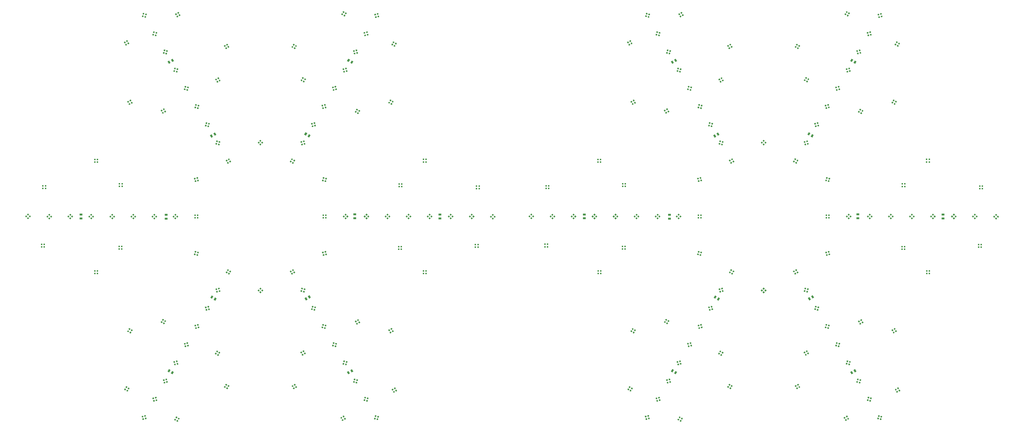
<source format=gbr>
G04 EAGLE Gerber RS-274X export*
G75*
%MOMM*%
%FSLAX34Y34*%
%LPD*%
%INSolderpaste Top*%
%IPPOS*%
%AMOC8*
5,1,8,0,0,1.08239X$1,22.5*%
G01*
%ADD10R,0.550000X0.550000*%
%ADD11R,0.700000X1.000000*%
%ADD12R,0.550000X0.550000*%
%ADD13R,1.000000X0.700000*%


D10*
G36*
X2527824Y513931D02*
X2522512Y512507D01*
X2521088Y517819D01*
X2526400Y519243D01*
X2527824Y513931D01*
G37*
G36*
X2530283Y504755D02*
X2524971Y503331D01*
X2523547Y508643D01*
X2528859Y510067D01*
X2530283Y504755D01*
G37*
G36*
X2521106Y502296D02*
X2515794Y500872D01*
X2514370Y506184D01*
X2519682Y507608D01*
X2521106Y502296D01*
G37*
G36*
X2518648Y511472D02*
X2513336Y510048D01*
X2511912Y515360D01*
X2517224Y516784D01*
X2518648Y511472D01*
G37*
G36*
X2489350Y447371D02*
X2484038Y445947D01*
X2482614Y451259D01*
X2487926Y452683D01*
X2489350Y447371D01*
G37*
G36*
X2491808Y438194D02*
X2486496Y436770D01*
X2485072Y442082D01*
X2490384Y443506D01*
X2491808Y438194D01*
G37*
G36*
X2482632Y435736D02*
X2477320Y434312D01*
X2475896Y439624D01*
X2481208Y441048D01*
X2482632Y435736D01*
G37*
G36*
X2480173Y444912D02*
X2474861Y443488D01*
X2473437Y448800D01*
X2478749Y450224D01*
X2480173Y444912D01*
G37*
G36*
X2450839Y380674D02*
X2445527Y379250D01*
X2444103Y384562D01*
X2449415Y385986D01*
X2450839Y380674D01*
G37*
G36*
X2453297Y371497D02*
X2447985Y370073D01*
X2446561Y375385D01*
X2451873Y376809D01*
X2453297Y371497D01*
G37*
G36*
X2444121Y369038D02*
X2438809Y367614D01*
X2437385Y372926D01*
X2442697Y374350D01*
X2444121Y369038D01*
G37*
G36*
X2441662Y378215D02*
X2436350Y376791D01*
X2434926Y382103D01*
X2440238Y383527D01*
X2441662Y378215D01*
G37*
G36*
X2412364Y314113D02*
X2407052Y312689D01*
X2405628Y318001D01*
X2410940Y319425D01*
X2412364Y314113D01*
G37*
G36*
X2414823Y304937D02*
X2409511Y303513D01*
X2408087Y308825D01*
X2413399Y310249D01*
X2414823Y304937D01*
G37*
G36*
X2405647Y302478D02*
X2400335Y301054D01*
X2398911Y306366D01*
X2404223Y307790D01*
X2405647Y302478D01*
G37*
G36*
X2403188Y311654D02*
X2397876Y310230D01*
X2396452Y315542D01*
X2401764Y316966D01*
X2403188Y311654D01*
G37*
G36*
X2272292Y279403D02*
X2267530Y282153D01*
X2270280Y286915D01*
X2275042Y284165D01*
X2272292Y279403D01*
G37*
G36*
X2267542Y271176D02*
X2262780Y273926D01*
X2265530Y278688D01*
X2270292Y275938D01*
X2267542Y271176D01*
G37*
G36*
X2259315Y275926D02*
X2254553Y278676D01*
X2257303Y283438D01*
X2262065Y280688D01*
X2259315Y275926D01*
G37*
G36*
X2264065Y284153D02*
X2259303Y286903D01*
X2262053Y291665D01*
X2266815Y288915D01*
X2264065Y284153D01*
G37*
G36*
X2449951Y178195D02*
X2447201Y173433D01*
X2442439Y176183D01*
X2445189Y180945D01*
X2449951Y178195D01*
G37*
G36*
X2458179Y173445D02*
X2455429Y168683D01*
X2450667Y171433D01*
X2453417Y176195D01*
X2458179Y173445D01*
G37*
G36*
X2453429Y165218D02*
X2450679Y160456D01*
X2445917Y163206D01*
X2448667Y167968D01*
X2453429Y165218D01*
G37*
G36*
X2445201Y169968D02*
X2442451Y165206D01*
X2437689Y167956D01*
X2440439Y172718D01*
X2445201Y169968D01*
G37*
G36*
X2374032Y247506D02*
X2368720Y246082D01*
X2367296Y251394D01*
X2372608Y252818D01*
X2374032Y247506D01*
G37*
G36*
X2376491Y238329D02*
X2371179Y236905D01*
X2369755Y242217D01*
X2375067Y243641D01*
X2376491Y238329D01*
G37*
G36*
X2367315Y235871D02*
X2362003Y234447D01*
X2360579Y239759D01*
X2365891Y241183D01*
X2367315Y235871D01*
G37*
G36*
X2364856Y245047D02*
X2359544Y243623D01*
X2358120Y248935D01*
X2363432Y250359D01*
X2364856Y245047D01*
G37*
D11*
G36*
X2418695Y354101D02*
X2424757Y350601D01*
X2419757Y341941D01*
X2413695Y345441D01*
X2418695Y354101D01*
G37*
G36*
X2430819Y347101D02*
X2436881Y343601D01*
X2431881Y334941D01*
X2425819Y338441D01*
X2430819Y347101D01*
G37*
D10*
G36*
X2334605Y180683D02*
X2329293Y179259D01*
X2327869Y184571D01*
X2333181Y185995D01*
X2334605Y180683D01*
G37*
G36*
X2337064Y171507D02*
X2331752Y170083D01*
X2330328Y175395D01*
X2335640Y176819D01*
X2337064Y171507D01*
G37*
G36*
X2327888Y169048D02*
X2322576Y167624D01*
X2321152Y172936D01*
X2326464Y174360D01*
X2327888Y169048D01*
G37*
G36*
X2325429Y178224D02*
X2320117Y176800D01*
X2318693Y182112D01*
X2324005Y183536D01*
X2325429Y178224D01*
G37*
G36*
X2519164Y769829D02*
X2520588Y775141D01*
X2525900Y773717D01*
X2524476Y768405D01*
X2519164Y769829D01*
G37*
G36*
X2509987Y772288D02*
X2511411Y777600D01*
X2516723Y776176D01*
X2515299Y770864D01*
X2509987Y772288D01*
G37*
G36*
X2512446Y781464D02*
X2513870Y786776D01*
X2519182Y785352D01*
X2517758Y780040D01*
X2512446Y781464D01*
G37*
G36*
X2521622Y779006D02*
X2523046Y784318D01*
X2528358Y782894D01*
X2526934Y777582D01*
X2521622Y779006D01*
G37*
G36*
X2643928Y707872D02*
X2639166Y710622D01*
X2641916Y715384D01*
X2646678Y712634D01*
X2643928Y707872D01*
G37*
G36*
X2639178Y699645D02*
X2634416Y702395D01*
X2637166Y707157D01*
X2641928Y704407D01*
X2639178Y699645D01*
G37*
G36*
X2630951Y704395D02*
X2626189Y707145D01*
X2628939Y711907D01*
X2633701Y709157D01*
X2630951Y704395D01*
G37*
G36*
X2635701Y712622D02*
X2630939Y715372D01*
X2633689Y720134D01*
X2638451Y717384D01*
X2635701Y712622D01*
G37*
G36*
X2604711Y647159D02*
X2599399Y645735D01*
X2597975Y651047D01*
X2603287Y652471D01*
X2604711Y647159D01*
G37*
G36*
X2607170Y637983D02*
X2601858Y636559D01*
X2600434Y641871D01*
X2605746Y643295D01*
X2607170Y637983D01*
G37*
G36*
X2597993Y635524D02*
X2592681Y634100D01*
X2591257Y639412D01*
X2596569Y640836D01*
X2597993Y635524D01*
G37*
G36*
X2595535Y644701D02*
X2590223Y643277D01*
X2588799Y648589D01*
X2594111Y650013D01*
X2595535Y644701D01*
G37*
G36*
X2566286Y580512D02*
X2560974Y579088D01*
X2559550Y584400D01*
X2564862Y585824D01*
X2566286Y580512D01*
G37*
G36*
X2568745Y571336D02*
X2563433Y569912D01*
X2562009Y575224D01*
X2567321Y576648D01*
X2568745Y571336D01*
G37*
G36*
X2559569Y568877D02*
X2554257Y567453D01*
X2552833Y572765D01*
X2558145Y574189D01*
X2559569Y568877D01*
G37*
G36*
X2557110Y578053D02*
X2551798Y576629D01*
X2550374Y581941D01*
X2555686Y583365D01*
X2557110Y578053D01*
G37*
G36*
X2406063Y525972D02*
X2401301Y528722D01*
X2404051Y533484D01*
X2408813Y530734D01*
X2406063Y525972D01*
G37*
G36*
X2401313Y517745D02*
X2396551Y520495D01*
X2399301Y525257D01*
X2404063Y522507D01*
X2401313Y517745D01*
G37*
G36*
X2393086Y522495D02*
X2388324Y525245D01*
X2391074Y530007D01*
X2395836Y527257D01*
X2393086Y522495D01*
G37*
G36*
X2397836Y530722D02*
X2393074Y533472D01*
X2395824Y538234D01*
X2400586Y535484D01*
X2397836Y530722D01*
G37*
G36*
X2283605Y492182D02*
X2278843Y494932D01*
X2281593Y499694D01*
X2286355Y496944D01*
X2283605Y492182D01*
G37*
G36*
X2278855Y483955D02*
X2274093Y486705D01*
X2276843Y491467D01*
X2281605Y488717D01*
X2278855Y483955D01*
G37*
G36*
X2270628Y488705D02*
X2265866Y491455D01*
X2268616Y496217D01*
X2273378Y493467D01*
X2270628Y488705D01*
G37*
G36*
X2275378Y496932D02*
X2270616Y499682D01*
X2273366Y504444D01*
X2278128Y501694D01*
X2275378Y496932D01*
G37*
G36*
X2598741Y419685D02*
X2595991Y414923D01*
X2591229Y417673D01*
X2593979Y422435D01*
X2598741Y419685D01*
G37*
G36*
X2606968Y414935D02*
X2604218Y410173D01*
X2599456Y412923D01*
X2602206Y417685D01*
X2606968Y414935D01*
G37*
G36*
X2602218Y406707D02*
X2599468Y401945D01*
X2594706Y404695D01*
X2597456Y409457D01*
X2602218Y406707D01*
G37*
G36*
X2593991Y411457D02*
X2591241Y406695D01*
X2586479Y409445D01*
X2589229Y414207D01*
X2593991Y411457D01*
G37*
D11*
G36*
X2575340Y623611D02*
X2581402Y620111D01*
X2576402Y611451D01*
X2570340Y614951D01*
X2575340Y623611D01*
G37*
G36*
X2587464Y616611D02*
X2593526Y613111D01*
X2588526Y604451D01*
X2582464Y607951D01*
X2587464Y616611D01*
G37*
D10*
G36*
X2632050Y297711D02*
X2629300Y292949D01*
X2624538Y295699D01*
X2627288Y300461D01*
X2632050Y297711D01*
G37*
G36*
X2640277Y292961D02*
X2637527Y288199D01*
X2632765Y290949D01*
X2635515Y295711D01*
X2640277Y292961D01*
G37*
G36*
X2635527Y284734D02*
X2632777Y279972D01*
X2628015Y282722D01*
X2630765Y287484D01*
X2635527Y284734D01*
G37*
G36*
X2627300Y289484D02*
X2624550Y284722D01*
X2619788Y287472D01*
X2622538Y292234D01*
X2627300Y289484D01*
G37*
G36*
X2295186Y908909D02*
X2291297Y912798D01*
X2295186Y916687D01*
X2299075Y912798D01*
X2295186Y908909D01*
G37*
G36*
X2288468Y902191D02*
X2284579Y906080D01*
X2288468Y909969D01*
X2292357Y906080D01*
X2288468Y902191D01*
G37*
G36*
X2281751Y908909D02*
X2277862Y912798D01*
X2281751Y916687D01*
X2285640Y912798D01*
X2281751Y908909D01*
G37*
G36*
X2288468Y915627D02*
X2284579Y919516D01*
X2288468Y923405D01*
X2292357Y919516D01*
X2288468Y915627D01*
G37*
G36*
X2218305Y908949D02*
X2214416Y912838D01*
X2218305Y916727D01*
X2222194Y912838D01*
X2218305Y908949D01*
G37*
G36*
X2211588Y902231D02*
X2207699Y906120D01*
X2211588Y910009D01*
X2215477Y906120D01*
X2211588Y902231D01*
G37*
G36*
X2204870Y908949D02*
X2200981Y912838D01*
X2204870Y916727D01*
X2208759Y912838D01*
X2204870Y908949D01*
G37*
G36*
X2211588Y915666D02*
X2207699Y919555D01*
X2211588Y923444D01*
X2215477Y919555D01*
X2211588Y915666D01*
G37*
G36*
X2141288Y908951D02*
X2137399Y912840D01*
X2141288Y916729D01*
X2145177Y912840D01*
X2141288Y908951D01*
G37*
G36*
X2134571Y902234D02*
X2130682Y906123D01*
X2134571Y910012D01*
X2138460Y906123D01*
X2134571Y902234D01*
G37*
G36*
X2127853Y908951D02*
X2123964Y912840D01*
X2127853Y916729D01*
X2131742Y912840D01*
X2127853Y908951D01*
G37*
G36*
X2134571Y915669D02*
X2130682Y919558D01*
X2134571Y923447D01*
X2138460Y919558D01*
X2134571Y915669D01*
G37*
G36*
X2064408Y908991D02*
X2060519Y912880D01*
X2064408Y916769D01*
X2068297Y912880D01*
X2064408Y908991D01*
G37*
G36*
X2057691Y902273D02*
X2053802Y906162D01*
X2057691Y910051D01*
X2061580Y906162D01*
X2057691Y902273D01*
G37*
G36*
X2050973Y908991D02*
X2047084Y912880D01*
X2050973Y916769D01*
X2054862Y912880D01*
X2050973Y908991D01*
G37*
G36*
X2057691Y915708D02*
X2053802Y919597D01*
X2057691Y923486D01*
X2061580Y919597D01*
X2057691Y915708D01*
G37*
D12*
X1967063Y1015692D03*
X1957563Y1015692D03*
X1957563Y1025192D03*
X1967063Y1025192D03*
X1962745Y811231D03*
X1962745Y801731D03*
X1953245Y801731D03*
X1953245Y811231D03*
D10*
G36*
X1987559Y908884D02*
X1983670Y912773D01*
X1987559Y916662D01*
X1991448Y912773D01*
X1987559Y908884D01*
G37*
G36*
X1980841Y902166D02*
X1976952Y906055D01*
X1980841Y909944D01*
X1984730Y906055D01*
X1980841Y902166D01*
G37*
G36*
X1974124Y908884D02*
X1970235Y912773D01*
X1974124Y916662D01*
X1978013Y912773D01*
X1974124Y908884D01*
G37*
G36*
X1980841Y915601D02*
X1976952Y919490D01*
X1980841Y923379D01*
X1984730Y919490D01*
X1980841Y915601D01*
G37*
D13*
X2097204Y920003D03*
X2097204Y906003D03*
D10*
G36*
X1909975Y909617D02*
X1906086Y913506D01*
X1909975Y917395D01*
X1913864Y913506D01*
X1909975Y909617D01*
G37*
G36*
X1903257Y902900D02*
X1899368Y906789D01*
X1903257Y910678D01*
X1907146Y906789D01*
X1903257Y902900D01*
G37*
G36*
X1896540Y909617D02*
X1892651Y913506D01*
X1896540Y917395D01*
X1900429Y913506D01*
X1896540Y909617D01*
G37*
G36*
X1903257Y916335D02*
X1899368Y920224D01*
X1903257Y924113D01*
X1907146Y920224D01*
X1903257Y916335D01*
G37*
G36*
X2512470Y1044358D02*
X2517782Y1045782D01*
X2519206Y1040470D01*
X2513894Y1039046D01*
X2512470Y1044358D01*
G37*
G36*
X2510011Y1053534D02*
X2515323Y1054958D01*
X2516747Y1049646D01*
X2511435Y1048222D01*
X2510011Y1053534D01*
G37*
G36*
X2519187Y1055993D02*
X2524499Y1057417D01*
X2525923Y1052105D01*
X2520611Y1050681D01*
X2519187Y1055993D01*
G37*
G36*
X2521646Y1046816D02*
X2526958Y1048240D01*
X2528382Y1042928D01*
X2523070Y1041504D01*
X2521646Y1046816D01*
G37*
D12*
X2523946Y908080D03*
X2514446Y908080D03*
X2514446Y917580D03*
X2523946Y917580D03*
D10*
G36*
X2449008Y908937D02*
X2445119Y912826D01*
X2449008Y916715D01*
X2452897Y912826D01*
X2449008Y908937D01*
G37*
G36*
X2442290Y902220D02*
X2438401Y906109D01*
X2442290Y909998D01*
X2446179Y906109D01*
X2442290Y902220D01*
G37*
G36*
X2435573Y908937D02*
X2431684Y912826D01*
X2435573Y916715D01*
X2439462Y912826D01*
X2435573Y908937D01*
G37*
G36*
X2442290Y915655D02*
X2438401Y919544D01*
X2442290Y923433D01*
X2446179Y919544D01*
X2442290Y915655D01*
G37*
G36*
X2372078Y908890D02*
X2368189Y912779D01*
X2372078Y916668D01*
X2375967Y912779D01*
X2372078Y908890D01*
G37*
G36*
X2365360Y902172D02*
X2361471Y906061D01*
X2365360Y909950D01*
X2369249Y906061D01*
X2365360Y902172D01*
G37*
G36*
X2358643Y908890D02*
X2354754Y912779D01*
X2358643Y916668D01*
X2362532Y912779D01*
X2358643Y908890D01*
G37*
G36*
X2365360Y915608D02*
X2361471Y919497D01*
X2365360Y923386D01*
X2369249Y919497D01*
X2365360Y915608D01*
G37*
D12*
X2247483Y1023127D03*
X2237983Y1023127D03*
X2237983Y1032627D03*
X2247483Y1032627D03*
X2156991Y1112283D03*
X2147491Y1112283D03*
X2147491Y1121783D03*
X2156991Y1121783D03*
X2246275Y803120D03*
X2246275Y793620D03*
X2236775Y793620D03*
X2236775Y803120D03*
D13*
X2408930Y919099D03*
X2408930Y905099D03*
D12*
X2157298Y713287D03*
X2157298Y703787D03*
X2147798Y703787D03*
X2147798Y713287D03*
D10*
G36*
X2520928Y1307869D02*
X2522352Y1313181D01*
X2527664Y1311757D01*
X2526240Y1306445D01*
X2520928Y1307869D01*
G37*
G36*
X2511751Y1310328D02*
X2513175Y1315640D01*
X2518487Y1314216D01*
X2517063Y1308904D01*
X2511751Y1310328D01*
G37*
G36*
X2514210Y1319504D02*
X2515634Y1324816D01*
X2520946Y1323392D01*
X2519522Y1318080D01*
X2514210Y1319504D01*
G37*
G36*
X2523386Y1317046D02*
X2524810Y1322358D01*
X2530122Y1320934D01*
X2528698Y1315622D01*
X2523386Y1317046D01*
G37*
G36*
X2482522Y1374469D02*
X2483946Y1379781D01*
X2489258Y1378357D01*
X2487834Y1373045D01*
X2482522Y1374469D01*
G37*
G36*
X2473345Y1376928D02*
X2474769Y1382240D01*
X2480081Y1380816D01*
X2478657Y1375504D01*
X2473345Y1376928D01*
G37*
G36*
X2475804Y1386104D02*
X2477228Y1391416D01*
X2482540Y1389992D01*
X2481116Y1384680D01*
X2475804Y1386104D01*
G37*
G36*
X2484980Y1383646D02*
X2486404Y1388958D01*
X2491716Y1387534D01*
X2490292Y1382222D01*
X2484980Y1383646D01*
G37*
G36*
X2444016Y1441169D02*
X2445440Y1446481D01*
X2450752Y1445057D01*
X2449328Y1439745D01*
X2444016Y1441169D01*
G37*
G36*
X2434839Y1443628D02*
X2436263Y1448940D01*
X2441575Y1447516D01*
X2440151Y1442204D01*
X2434839Y1443628D01*
G37*
G36*
X2437298Y1452804D02*
X2438722Y1458116D01*
X2444034Y1456692D01*
X2442610Y1451380D01*
X2437298Y1452804D01*
G37*
G36*
X2446475Y1450346D02*
X2447899Y1455658D01*
X2453211Y1454234D01*
X2451787Y1448922D01*
X2446475Y1450346D01*
G37*
G36*
X2405610Y1507769D02*
X2407034Y1513081D01*
X2412346Y1511657D01*
X2410922Y1506345D01*
X2405610Y1507769D01*
G37*
G36*
X2396434Y1510228D02*
X2397858Y1515540D01*
X2403170Y1514116D01*
X2401746Y1508804D01*
X2396434Y1510228D01*
G37*
G36*
X2398892Y1519404D02*
X2400316Y1524716D01*
X2405628Y1523292D01*
X2404204Y1517980D01*
X2398892Y1519404D01*
G37*
G36*
X2408069Y1516946D02*
X2409493Y1522258D01*
X2414805Y1520834D01*
X2413381Y1515522D01*
X2408069Y1516946D01*
G37*
G36*
X2445587Y1646429D02*
X2450349Y1649179D01*
X2453099Y1644417D01*
X2448337Y1641667D01*
X2445587Y1646429D01*
G37*
G36*
X2440837Y1654656D02*
X2445599Y1657406D01*
X2448349Y1652644D01*
X2443587Y1649894D01*
X2440837Y1654656D01*
G37*
G36*
X2449064Y1659406D02*
X2453826Y1662156D01*
X2456576Y1657394D01*
X2451814Y1654644D01*
X2449064Y1659406D01*
G37*
G36*
X2453814Y1651179D02*
X2458576Y1653929D01*
X2461326Y1649167D01*
X2456564Y1646417D01*
X2453814Y1651179D01*
G37*
G36*
X2269109Y1543176D02*
X2266359Y1547938D01*
X2271121Y1550688D01*
X2273871Y1545926D01*
X2269109Y1543176D01*
G37*
G36*
X2260882Y1538426D02*
X2258132Y1543188D01*
X2262894Y1545938D01*
X2265644Y1541176D01*
X2260882Y1538426D01*
G37*
G36*
X2256132Y1546653D02*
X2253382Y1551415D01*
X2258144Y1554165D01*
X2260894Y1549403D01*
X2256132Y1546653D01*
G37*
G36*
X2264359Y1551403D02*
X2261609Y1556165D01*
X2266371Y1558915D01*
X2269121Y1554153D01*
X2264359Y1551403D01*
G37*
G36*
X2367092Y1574269D02*
X2368516Y1579581D01*
X2373828Y1578157D01*
X2372404Y1572845D01*
X2367092Y1574269D01*
G37*
G36*
X2357916Y1576728D02*
X2359340Y1582040D01*
X2364652Y1580616D01*
X2363228Y1575304D01*
X2357916Y1576728D01*
G37*
G36*
X2360375Y1585904D02*
X2361799Y1591216D01*
X2367111Y1589792D01*
X2365687Y1584480D01*
X2360375Y1585904D01*
G37*
G36*
X2369551Y1583446D02*
X2370975Y1588758D01*
X2376287Y1587334D01*
X2374863Y1582022D01*
X2369551Y1583446D01*
G37*
D11*
G36*
X2437076Y1482293D02*
X2431014Y1478793D01*
X2426014Y1487453D01*
X2432076Y1490953D01*
X2437076Y1482293D01*
G37*
G36*
X2424951Y1475293D02*
X2418889Y1471793D01*
X2413889Y1480453D01*
X2419951Y1483953D01*
X2424951Y1475293D01*
G37*
D10*
G36*
X2328936Y1641826D02*
X2330360Y1647138D01*
X2335672Y1645714D01*
X2334248Y1640402D01*
X2328936Y1641826D01*
G37*
G36*
X2319759Y1644285D02*
X2321183Y1649597D01*
X2326495Y1648173D01*
X2325071Y1642861D01*
X2319759Y1644285D01*
G37*
G36*
X2322218Y1653461D02*
X2323642Y1658773D01*
X2328954Y1657349D01*
X2327530Y1652037D01*
X2322218Y1653461D01*
G37*
G36*
X2331394Y1651002D02*
X2332818Y1656314D01*
X2338130Y1654890D01*
X2336706Y1649578D01*
X2331394Y1651002D01*
G37*
G36*
X2746872Y1187420D02*
X2750761Y1183531D01*
X2746872Y1179642D01*
X2742983Y1183531D01*
X2746872Y1187420D01*
G37*
G36*
X2753590Y1194137D02*
X2757479Y1190248D01*
X2753590Y1186359D01*
X2749701Y1190248D01*
X2753590Y1194137D01*
G37*
G36*
X2760307Y1187420D02*
X2764196Y1183531D01*
X2760307Y1179642D01*
X2756418Y1183531D01*
X2760307Y1187420D01*
G37*
G36*
X2753590Y1180702D02*
X2757479Y1176813D01*
X2753590Y1172924D01*
X2749701Y1176813D01*
X2753590Y1180702D01*
G37*
G36*
X2630834Y1110348D02*
X2635596Y1113098D01*
X2638346Y1108336D01*
X2633584Y1105586D01*
X2630834Y1110348D01*
G37*
G36*
X2626084Y1118576D02*
X2630846Y1121326D01*
X2633596Y1116564D01*
X2628834Y1113814D01*
X2626084Y1118576D01*
G37*
G36*
X2634311Y1123326D02*
X2639073Y1126076D01*
X2641823Y1121314D01*
X2637061Y1118564D01*
X2634311Y1123326D01*
G37*
G36*
X2639061Y1115098D02*
X2643823Y1117848D01*
X2646573Y1113086D01*
X2641811Y1110336D01*
X2639061Y1115098D01*
G37*
G36*
X2597863Y1174669D02*
X2599287Y1179981D01*
X2604599Y1178557D01*
X2603175Y1173245D01*
X2597863Y1174669D01*
G37*
G36*
X2588687Y1177128D02*
X2590111Y1182440D01*
X2595423Y1181016D01*
X2593999Y1175704D01*
X2588687Y1177128D01*
G37*
G36*
X2591146Y1186304D02*
X2592570Y1191616D01*
X2597882Y1190192D01*
X2596458Y1184880D01*
X2591146Y1186304D01*
G37*
G36*
X2600322Y1183846D02*
X2601746Y1189158D01*
X2607058Y1187734D01*
X2605634Y1182422D01*
X2600322Y1183846D01*
G37*
G36*
X2559357Y1241269D02*
X2560781Y1246581D01*
X2566093Y1245157D01*
X2564669Y1239845D01*
X2559357Y1241269D01*
G37*
G36*
X2550181Y1243728D02*
X2551605Y1249040D01*
X2556917Y1247616D01*
X2555493Y1242304D01*
X2550181Y1243728D01*
G37*
G36*
X2552640Y1252905D02*
X2554064Y1258217D01*
X2559376Y1256793D01*
X2557952Y1251481D01*
X2552640Y1252905D01*
G37*
G36*
X2561816Y1250446D02*
X2563240Y1255758D01*
X2568552Y1254334D01*
X2567128Y1249022D01*
X2561816Y1250446D01*
G37*
G36*
X2592236Y1407295D02*
X2596998Y1410045D01*
X2599748Y1405283D01*
X2594986Y1402533D01*
X2592236Y1407295D01*
G37*
G36*
X2587486Y1415522D02*
X2592248Y1418272D01*
X2594998Y1413510D01*
X2590236Y1410760D01*
X2587486Y1415522D01*
G37*
G36*
X2595713Y1420272D02*
X2600475Y1423022D01*
X2603225Y1418260D01*
X2598463Y1415510D01*
X2595713Y1420272D01*
G37*
G36*
X2600463Y1412045D02*
X2605225Y1414795D01*
X2607975Y1410033D01*
X2603213Y1407283D01*
X2600463Y1412045D01*
G37*
G36*
X2624202Y1530242D02*
X2628964Y1532992D01*
X2631714Y1528230D01*
X2626952Y1525480D01*
X2624202Y1530242D01*
G37*
G36*
X2619452Y1538469D02*
X2624214Y1541219D01*
X2626964Y1536457D01*
X2622202Y1533707D01*
X2619452Y1538469D01*
G37*
G36*
X2627679Y1543219D02*
X2632441Y1545969D01*
X2635191Y1541207D01*
X2630429Y1538457D01*
X2627679Y1543219D01*
G37*
G36*
X2632429Y1534992D02*
X2637191Y1537742D01*
X2639941Y1532980D01*
X2635179Y1530230D01*
X2632429Y1534992D01*
G37*
G36*
X2403851Y1293576D02*
X2401101Y1298338D01*
X2405863Y1301088D01*
X2408613Y1296326D01*
X2403851Y1293576D01*
G37*
G36*
X2395623Y1288826D02*
X2392873Y1293588D01*
X2397635Y1296338D01*
X2400385Y1291576D01*
X2395623Y1288826D01*
G37*
G36*
X2390873Y1297053D02*
X2388123Y1301815D01*
X2392885Y1304565D01*
X2395635Y1299803D01*
X2390873Y1297053D01*
G37*
G36*
X2399101Y1301803D02*
X2396351Y1306565D01*
X2401113Y1309315D01*
X2403863Y1304553D01*
X2399101Y1301803D01*
G37*
D11*
G36*
X2592156Y1211879D02*
X2586094Y1208379D01*
X2581094Y1217039D01*
X2587156Y1220539D01*
X2592156Y1211879D01*
G37*
G36*
X2580032Y1204879D02*
X2573970Y1201379D01*
X2568970Y1210039D01*
X2575032Y1213539D01*
X2580032Y1204879D01*
G37*
D10*
G36*
X2281564Y1325716D02*
X2278814Y1330478D01*
X2283576Y1333228D01*
X2286326Y1328466D01*
X2281564Y1325716D01*
G37*
G36*
X2273337Y1320966D02*
X2270587Y1325728D01*
X2275349Y1328478D01*
X2278099Y1323716D01*
X2273337Y1320966D01*
G37*
G36*
X2268587Y1329193D02*
X2265837Y1333955D01*
X2270599Y1336705D01*
X2273349Y1331943D01*
X2268587Y1329193D01*
G37*
G36*
X2276814Y1333943D02*
X2274064Y1338705D01*
X2278826Y1341455D01*
X2281576Y1336693D01*
X2276814Y1333943D01*
G37*
G36*
X2979308Y1311850D02*
X2984620Y1313274D01*
X2986044Y1307962D01*
X2980732Y1306538D01*
X2979308Y1311850D01*
G37*
G36*
X2976849Y1321026D02*
X2982161Y1322450D01*
X2983585Y1317138D01*
X2978273Y1315714D01*
X2976849Y1321026D01*
G37*
G36*
X2986026Y1323485D02*
X2991338Y1324909D01*
X2992762Y1319597D01*
X2987450Y1318173D01*
X2986026Y1323485D01*
G37*
G36*
X2988484Y1314309D02*
X2993796Y1315733D01*
X2995220Y1310421D01*
X2989908Y1308997D01*
X2988484Y1314309D01*
G37*
G36*
X3017782Y1378410D02*
X3023094Y1379834D01*
X3024518Y1374522D01*
X3019206Y1373098D01*
X3017782Y1378410D01*
G37*
G36*
X3015324Y1387587D02*
X3020636Y1389011D01*
X3022060Y1383699D01*
X3016748Y1382275D01*
X3015324Y1387587D01*
G37*
G36*
X3024500Y1390046D02*
X3029812Y1391470D01*
X3031236Y1386158D01*
X3025924Y1384734D01*
X3024500Y1390046D01*
G37*
G36*
X3026959Y1380869D02*
X3032271Y1382293D01*
X3033695Y1376981D01*
X3028383Y1375557D01*
X3026959Y1380869D01*
G37*
G36*
X3056293Y1445108D02*
X3061605Y1446532D01*
X3063029Y1441220D01*
X3057717Y1439796D01*
X3056293Y1445108D01*
G37*
G36*
X3053835Y1454284D02*
X3059147Y1455708D01*
X3060571Y1450396D01*
X3055259Y1448972D01*
X3053835Y1454284D01*
G37*
G36*
X3063011Y1456743D02*
X3068323Y1458167D01*
X3069747Y1452855D01*
X3064435Y1451431D01*
X3063011Y1456743D01*
G37*
G36*
X3065470Y1447566D02*
X3070782Y1448990D01*
X3072206Y1443678D01*
X3066894Y1442254D01*
X3065470Y1447566D01*
G37*
G36*
X3094768Y1511668D02*
X3100080Y1513092D01*
X3101504Y1507780D01*
X3096192Y1506356D01*
X3094768Y1511668D01*
G37*
G36*
X3092309Y1520844D02*
X3097621Y1522268D01*
X3099045Y1516956D01*
X3093733Y1515532D01*
X3092309Y1520844D01*
G37*
G36*
X3101485Y1523303D02*
X3106797Y1524727D01*
X3108221Y1519415D01*
X3102909Y1517991D01*
X3101485Y1523303D01*
G37*
G36*
X3103944Y1514127D02*
X3109256Y1515551D01*
X3110680Y1510239D01*
X3105368Y1508815D01*
X3103944Y1514127D01*
G37*
G36*
X3234840Y1546378D02*
X3239602Y1543628D01*
X3236852Y1538866D01*
X3232090Y1541616D01*
X3234840Y1546378D01*
G37*
G36*
X3239590Y1554605D02*
X3244352Y1551855D01*
X3241602Y1547093D01*
X3236840Y1549843D01*
X3239590Y1554605D01*
G37*
G36*
X3247817Y1549855D02*
X3252579Y1547105D01*
X3249829Y1542343D01*
X3245067Y1545093D01*
X3247817Y1549855D01*
G37*
G36*
X3243067Y1541628D02*
X3247829Y1538878D01*
X3245079Y1534116D01*
X3240317Y1536866D01*
X3243067Y1541628D01*
G37*
G36*
X3057181Y1647586D02*
X3059931Y1652348D01*
X3064693Y1649598D01*
X3061943Y1644836D01*
X3057181Y1647586D01*
G37*
G36*
X3048953Y1652336D02*
X3051703Y1657098D01*
X3056465Y1654348D01*
X3053715Y1649586D01*
X3048953Y1652336D01*
G37*
G36*
X3053703Y1660563D02*
X3056453Y1665325D01*
X3061215Y1662575D01*
X3058465Y1657813D01*
X3053703Y1660563D01*
G37*
G36*
X3061931Y1655813D02*
X3064681Y1660575D01*
X3069443Y1657825D01*
X3066693Y1653063D01*
X3061931Y1655813D01*
G37*
G36*
X3133100Y1578275D02*
X3138412Y1579699D01*
X3139836Y1574387D01*
X3134524Y1572963D01*
X3133100Y1578275D01*
G37*
G36*
X3130641Y1587452D02*
X3135953Y1588876D01*
X3137377Y1583564D01*
X3132065Y1582140D01*
X3130641Y1587452D01*
G37*
G36*
X3139817Y1589910D02*
X3145129Y1591334D01*
X3146553Y1586022D01*
X3141241Y1584598D01*
X3139817Y1589910D01*
G37*
G36*
X3142276Y1580734D02*
X3147588Y1582158D01*
X3149012Y1576846D01*
X3143700Y1575422D01*
X3142276Y1580734D01*
G37*
D11*
G36*
X3088437Y1471680D02*
X3082375Y1475180D01*
X3087375Y1483840D01*
X3093437Y1480340D01*
X3088437Y1471680D01*
G37*
G36*
X3076313Y1478680D02*
X3070251Y1482180D01*
X3075251Y1490840D01*
X3081313Y1487340D01*
X3076313Y1478680D01*
G37*
D10*
G36*
X3172527Y1645098D02*
X3177839Y1646522D01*
X3179263Y1641210D01*
X3173951Y1639786D01*
X3172527Y1645098D01*
G37*
G36*
X3170068Y1654274D02*
X3175380Y1655698D01*
X3176804Y1650386D01*
X3171492Y1648962D01*
X3170068Y1654274D01*
G37*
G36*
X3179244Y1656733D02*
X3184556Y1658157D01*
X3185980Y1652845D01*
X3180668Y1651421D01*
X3179244Y1656733D01*
G37*
G36*
X3181703Y1647557D02*
X3187015Y1648981D01*
X3188439Y1643669D01*
X3183127Y1642245D01*
X3181703Y1647557D01*
G37*
G36*
X2987968Y1055952D02*
X2986544Y1050640D01*
X2981232Y1052064D01*
X2982656Y1057376D01*
X2987968Y1055952D01*
G37*
G36*
X2997145Y1053493D02*
X2995721Y1048181D01*
X2990409Y1049605D01*
X2991833Y1054917D01*
X2997145Y1053493D01*
G37*
G36*
X2994686Y1044317D02*
X2993262Y1039005D01*
X2987950Y1040429D01*
X2989374Y1045741D01*
X2994686Y1044317D01*
G37*
G36*
X2985510Y1046776D02*
X2984086Y1041464D01*
X2978774Y1042888D01*
X2980198Y1048200D01*
X2985510Y1046776D01*
G37*
G36*
X2863204Y1117909D02*
X2867966Y1115159D01*
X2865216Y1110397D01*
X2860454Y1113147D01*
X2863204Y1117909D01*
G37*
G36*
X2867954Y1126136D02*
X2872716Y1123386D01*
X2869966Y1118624D01*
X2865204Y1121374D01*
X2867954Y1126136D01*
G37*
G36*
X2876181Y1121386D02*
X2880943Y1118636D01*
X2878193Y1113874D01*
X2873431Y1116624D01*
X2876181Y1121386D01*
G37*
G36*
X2871431Y1113159D02*
X2876193Y1110409D01*
X2873443Y1105647D01*
X2868681Y1108397D01*
X2871431Y1113159D01*
G37*
G36*
X2902421Y1178622D02*
X2907733Y1180046D01*
X2909157Y1174734D01*
X2903845Y1173310D01*
X2902421Y1178622D01*
G37*
G36*
X2899962Y1187798D02*
X2905274Y1189222D01*
X2906698Y1183910D01*
X2901386Y1182486D01*
X2899962Y1187798D01*
G37*
G36*
X2909139Y1190257D02*
X2914451Y1191681D01*
X2915875Y1186369D01*
X2910563Y1184945D01*
X2909139Y1190257D01*
G37*
G36*
X2911598Y1181081D02*
X2916910Y1182505D01*
X2918334Y1177193D01*
X2913022Y1175769D01*
X2911598Y1181081D01*
G37*
G36*
X2940846Y1245269D02*
X2946158Y1246693D01*
X2947582Y1241381D01*
X2942270Y1239957D01*
X2940846Y1245269D01*
G37*
G36*
X2938387Y1254445D02*
X2943699Y1255869D01*
X2945123Y1250557D01*
X2939811Y1249133D01*
X2938387Y1254445D01*
G37*
G36*
X2947563Y1256904D02*
X2952875Y1258328D01*
X2954299Y1253016D01*
X2948987Y1251592D01*
X2947563Y1256904D01*
G37*
G36*
X2950022Y1247728D02*
X2955334Y1249152D01*
X2956758Y1243840D01*
X2951446Y1242416D01*
X2950022Y1247728D01*
G37*
G36*
X3101069Y1299809D02*
X3105831Y1297059D01*
X3103081Y1292297D01*
X3098319Y1295047D01*
X3101069Y1299809D01*
G37*
G36*
X3105819Y1308036D02*
X3110581Y1305286D01*
X3107831Y1300524D01*
X3103069Y1303274D01*
X3105819Y1308036D01*
G37*
G36*
X3114046Y1303286D02*
X3118808Y1300536D01*
X3116058Y1295774D01*
X3111296Y1298524D01*
X3114046Y1303286D01*
G37*
G36*
X3109296Y1295059D02*
X3114058Y1292309D01*
X3111308Y1287547D01*
X3106546Y1290297D01*
X3109296Y1295059D01*
G37*
G36*
X3223527Y1333599D02*
X3228289Y1330849D01*
X3225539Y1326087D01*
X3220777Y1328837D01*
X3223527Y1333599D01*
G37*
G36*
X3228277Y1341827D02*
X3233039Y1339077D01*
X3230289Y1334315D01*
X3225527Y1337065D01*
X3228277Y1341827D01*
G37*
G36*
X3236504Y1337077D02*
X3241266Y1334327D01*
X3238516Y1329565D01*
X3233754Y1332315D01*
X3236504Y1337077D01*
G37*
G36*
X3231754Y1328849D02*
X3236516Y1326099D01*
X3233766Y1321337D01*
X3229004Y1324087D01*
X3231754Y1328849D01*
G37*
G36*
X2908391Y1406097D02*
X2911141Y1410859D01*
X2915903Y1408109D01*
X2913153Y1403347D01*
X2908391Y1406097D01*
G37*
G36*
X2900164Y1410847D02*
X2902914Y1415609D01*
X2907676Y1412859D01*
X2904926Y1408097D01*
X2900164Y1410847D01*
G37*
G36*
X2904914Y1419074D02*
X2907664Y1423836D01*
X2912426Y1421086D01*
X2909676Y1416324D01*
X2904914Y1419074D01*
G37*
G36*
X2913141Y1414324D02*
X2915891Y1419086D01*
X2920653Y1416336D01*
X2917903Y1411574D01*
X2913141Y1414324D01*
G37*
D11*
G36*
X2931792Y1202170D02*
X2925730Y1205670D01*
X2930730Y1214330D01*
X2936792Y1210830D01*
X2931792Y1202170D01*
G37*
G36*
X2919668Y1209170D02*
X2913606Y1212670D01*
X2918606Y1221330D01*
X2924668Y1217830D01*
X2919668Y1209170D01*
G37*
D10*
G36*
X2875082Y1528070D02*
X2877832Y1532832D01*
X2882594Y1530082D01*
X2879844Y1525320D01*
X2875082Y1528070D01*
G37*
G36*
X2866855Y1532820D02*
X2869605Y1537582D01*
X2874367Y1534832D01*
X2871617Y1530070D01*
X2866855Y1532820D01*
G37*
G36*
X2871605Y1541047D02*
X2874355Y1545809D01*
X2879117Y1543059D01*
X2876367Y1538297D01*
X2871605Y1541047D01*
G37*
G36*
X2879832Y1536297D02*
X2882582Y1541059D01*
X2887344Y1538309D01*
X2884594Y1533547D01*
X2879832Y1536297D01*
G37*
G36*
X3211946Y916872D02*
X3215835Y912983D01*
X3211946Y909094D01*
X3208057Y912983D01*
X3211946Y916872D01*
G37*
G36*
X3218664Y923590D02*
X3222553Y919701D01*
X3218664Y915812D01*
X3214775Y919701D01*
X3218664Y923590D01*
G37*
G36*
X3225381Y916872D02*
X3229270Y912983D01*
X3225381Y909094D01*
X3221492Y912983D01*
X3225381Y916872D01*
G37*
G36*
X3218664Y910155D02*
X3222553Y906266D01*
X3218664Y902377D01*
X3214775Y906266D01*
X3218664Y910155D01*
G37*
G36*
X3288827Y916833D02*
X3292716Y912944D01*
X3288827Y909055D01*
X3284938Y912944D01*
X3288827Y916833D01*
G37*
G36*
X3295544Y923550D02*
X3299433Y919661D01*
X3295544Y915772D01*
X3291655Y919661D01*
X3295544Y923550D01*
G37*
G36*
X3302262Y916833D02*
X3306151Y912944D01*
X3302262Y909055D01*
X3298373Y912944D01*
X3302262Y916833D01*
G37*
G36*
X3295544Y910115D02*
X3299433Y906226D01*
X3295544Y902337D01*
X3291655Y906226D01*
X3295544Y910115D01*
G37*
G36*
X3365844Y916830D02*
X3369733Y912941D01*
X3365844Y909052D01*
X3361955Y912941D01*
X3365844Y916830D01*
G37*
G36*
X3372561Y923547D02*
X3376450Y919658D01*
X3372561Y915769D01*
X3368672Y919658D01*
X3372561Y923547D01*
G37*
G36*
X3379279Y916830D02*
X3383168Y912941D01*
X3379279Y909052D01*
X3375390Y912941D01*
X3379279Y916830D01*
G37*
G36*
X3372561Y910112D02*
X3376450Y906223D01*
X3372561Y902334D01*
X3368672Y906223D01*
X3372561Y910112D01*
G37*
G36*
X3442724Y916790D02*
X3446613Y912901D01*
X3442724Y909012D01*
X3438835Y912901D01*
X3442724Y916790D01*
G37*
G36*
X3449441Y923508D02*
X3453330Y919619D01*
X3449441Y915730D01*
X3445552Y919619D01*
X3449441Y923508D01*
G37*
G36*
X3456159Y916790D02*
X3460048Y912901D01*
X3456159Y909012D01*
X3452270Y912901D01*
X3456159Y916790D01*
G37*
G36*
X3449441Y910073D02*
X3453330Y906184D01*
X3449441Y902295D01*
X3445552Y906184D01*
X3449441Y910073D01*
G37*
D12*
X3540069Y810090D03*
X3549569Y810090D03*
X3549569Y800590D03*
X3540069Y800590D03*
X3544387Y1014551D03*
X3544387Y1024051D03*
X3553887Y1024051D03*
X3553887Y1014551D03*
D10*
G36*
X3519573Y916898D02*
X3523462Y913009D01*
X3519573Y909120D01*
X3515684Y913009D01*
X3519573Y916898D01*
G37*
G36*
X3526291Y923615D02*
X3530180Y919726D01*
X3526291Y915837D01*
X3522402Y919726D01*
X3526291Y923615D01*
G37*
G36*
X3533008Y916898D02*
X3536897Y913009D01*
X3533008Y909120D01*
X3529119Y913009D01*
X3533008Y916898D01*
G37*
G36*
X3526291Y910180D02*
X3530180Y906291D01*
X3526291Y902402D01*
X3522402Y906291D01*
X3526291Y910180D01*
G37*
D13*
X3409928Y905778D03*
X3409928Y919778D03*
D10*
G36*
X3597157Y916164D02*
X3601046Y912275D01*
X3597157Y908386D01*
X3593268Y912275D01*
X3597157Y916164D01*
G37*
G36*
X3603875Y922881D02*
X3607764Y918992D01*
X3603875Y915103D01*
X3599986Y918992D01*
X3603875Y922881D01*
G37*
G36*
X3610592Y916164D02*
X3614481Y912275D01*
X3610592Y908386D01*
X3606703Y912275D01*
X3610592Y916164D01*
G37*
G36*
X3603875Y909446D02*
X3607764Y905557D01*
X3603875Y901668D01*
X3599986Y905557D01*
X3603875Y909446D01*
G37*
G36*
X2994662Y781424D02*
X2989350Y780000D01*
X2987926Y785312D01*
X2993238Y786736D01*
X2994662Y781424D01*
G37*
G36*
X2997121Y772247D02*
X2991809Y770823D01*
X2990385Y776135D01*
X2995697Y777559D01*
X2997121Y772247D01*
G37*
G36*
X2987945Y769788D02*
X2982633Y768364D01*
X2981209Y773676D01*
X2986521Y775100D01*
X2987945Y769788D01*
G37*
G36*
X2985486Y778965D02*
X2980174Y777541D01*
X2978750Y782853D01*
X2984062Y784277D01*
X2985486Y778965D01*
G37*
D12*
X2983186Y917701D03*
X2992686Y917701D03*
X2992686Y908201D03*
X2983186Y908201D03*
D10*
G36*
X3058124Y916844D02*
X3062013Y912955D01*
X3058124Y909066D01*
X3054235Y912955D01*
X3058124Y916844D01*
G37*
G36*
X3064842Y923562D02*
X3068731Y919673D01*
X3064842Y915784D01*
X3060953Y919673D01*
X3064842Y923562D01*
G37*
G36*
X3071559Y916844D02*
X3075448Y912955D01*
X3071559Y909066D01*
X3067670Y912955D01*
X3071559Y916844D01*
G37*
G36*
X3064842Y910127D02*
X3068731Y906238D01*
X3064842Y902349D01*
X3060953Y906238D01*
X3064842Y910127D01*
G37*
G36*
X3135054Y916891D02*
X3138943Y913002D01*
X3135054Y909113D01*
X3131165Y913002D01*
X3135054Y916891D01*
G37*
G36*
X3141772Y923609D02*
X3145661Y919720D01*
X3141772Y915831D01*
X3137883Y919720D01*
X3141772Y923609D01*
G37*
G36*
X3148489Y916891D02*
X3152378Y913002D01*
X3148489Y909113D01*
X3144600Y913002D01*
X3148489Y916891D01*
G37*
G36*
X3141772Y910174D02*
X3145661Y906285D01*
X3141772Y902396D01*
X3137883Y906285D01*
X3141772Y910174D01*
G37*
D12*
X3259649Y802655D03*
X3269149Y802655D03*
X3269149Y793155D03*
X3259649Y793155D03*
X3350141Y713498D03*
X3359641Y713498D03*
X3359641Y703998D03*
X3350141Y703998D03*
X3260857Y1022661D03*
X3260857Y1032161D03*
X3270357Y1032161D03*
X3270357Y1022661D03*
D13*
X3098202Y906682D03*
X3098202Y920682D03*
D12*
X3349834Y1112495D03*
X3349834Y1121995D03*
X3359334Y1121995D03*
X3359334Y1112495D03*
D10*
G36*
X2986204Y517912D02*
X2984780Y512600D01*
X2979468Y514024D01*
X2980892Y519336D01*
X2986204Y517912D01*
G37*
G36*
X2995381Y515453D02*
X2993957Y510141D01*
X2988645Y511565D01*
X2990069Y516877D01*
X2995381Y515453D01*
G37*
G36*
X2992922Y506277D02*
X2991498Y500965D01*
X2986186Y502389D01*
X2987610Y507701D01*
X2992922Y506277D01*
G37*
G36*
X2983746Y508735D02*
X2982322Y503423D01*
X2977010Y504847D01*
X2978434Y510159D01*
X2983746Y508735D01*
G37*
G36*
X3024610Y451312D02*
X3023186Y446000D01*
X3017874Y447424D01*
X3019298Y452736D01*
X3024610Y451312D01*
G37*
G36*
X3033787Y448853D02*
X3032363Y443541D01*
X3027051Y444965D01*
X3028475Y450277D01*
X3033787Y448853D01*
G37*
G36*
X3031328Y439677D02*
X3029904Y434365D01*
X3024592Y435789D01*
X3026016Y441101D01*
X3031328Y439677D01*
G37*
G36*
X3022152Y442135D02*
X3020728Y436823D01*
X3015416Y438247D01*
X3016840Y443559D01*
X3022152Y442135D01*
G37*
G36*
X3063116Y384612D02*
X3061692Y379300D01*
X3056380Y380724D01*
X3057804Y386036D01*
X3063116Y384612D01*
G37*
G36*
X3072293Y382153D02*
X3070869Y376841D01*
X3065557Y378265D01*
X3066981Y383577D01*
X3072293Y382153D01*
G37*
G36*
X3069834Y372977D02*
X3068410Y367665D01*
X3063098Y369089D01*
X3064522Y374401D01*
X3069834Y372977D01*
G37*
G36*
X3060657Y375435D02*
X3059233Y370123D01*
X3053921Y371547D01*
X3055345Y376859D01*
X3060657Y375435D01*
G37*
G36*
X3101522Y318012D02*
X3100098Y312700D01*
X3094786Y314124D01*
X3096210Y319436D01*
X3101522Y318012D01*
G37*
G36*
X3110698Y315553D02*
X3109274Y310241D01*
X3103962Y311665D01*
X3105386Y316977D01*
X3110698Y315553D01*
G37*
G36*
X3108240Y306377D02*
X3106816Y301065D01*
X3101504Y302489D01*
X3102928Y307801D01*
X3108240Y306377D01*
G37*
G36*
X3099063Y308835D02*
X3097639Y303523D01*
X3092327Y304947D01*
X3093751Y310259D01*
X3099063Y308835D01*
G37*
G36*
X3061545Y179352D02*
X3056783Y176602D01*
X3054033Y181364D01*
X3058795Y184114D01*
X3061545Y179352D01*
G37*
G36*
X3066295Y171125D02*
X3061533Y168375D01*
X3058783Y173137D01*
X3063545Y175887D01*
X3066295Y171125D01*
G37*
G36*
X3058068Y166375D02*
X3053306Y163625D01*
X3050556Y168387D01*
X3055318Y171137D01*
X3058068Y166375D01*
G37*
G36*
X3053318Y174602D02*
X3048556Y171852D01*
X3045806Y176614D01*
X3050568Y179364D01*
X3053318Y174602D01*
G37*
G36*
X3238023Y282605D02*
X3240773Y277843D01*
X3236011Y275093D01*
X3233261Y279855D01*
X3238023Y282605D01*
G37*
G36*
X3246250Y287355D02*
X3249000Y282593D01*
X3244238Y279843D01*
X3241488Y284605D01*
X3246250Y287355D01*
G37*
G36*
X3251000Y279128D02*
X3253750Y274366D01*
X3248988Y271616D01*
X3246238Y276378D01*
X3251000Y279128D01*
G37*
G36*
X3242773Y274378D02*
X3245523Y269616D01*
X3240761Y266866D01*
X3238011Y271628D01*
X3242773Y274378D01*
G37*
G36*
X3140040Y251512D02*
X3138616Y246200D01*
X3133304Y247624D01*
X3134728Y252936D01*
X3140040Y251512D01*
G37*
G36*
X3149216Y249053D02*
X3147792Y243741D01*
X3142480Y245165D01*
X3143904Y250477D01*
X3149216Y249053D01*
G37*
G36*
X3146757Y239877D02*
X3145333Y234565D01*
X3140021Y235989D01*
X3141445Y241301D01*
X3146757Y239877D01*
G37*
G36*
X3137581Y242335D02*
X3136157Y237023D01*
X3130845Y238447D01*
X3132269Y243759D01*
X3137581Y242335D01*
G37*
D11*
G36*
X3070056Y343488D02*
X3076118Y346988D01*
X3081118Y338328D01*
X3075056Y334828D01*
X3070056Y343488D01*
G37*
G36*
X3082181Y350488D02*
X3088243Y353988D01*
X3093243Y345328D01*
X3087181Y341828D01*
X3082181Y350488D01*
G37*
D10*
G36*
X3178196Y183955D02*
X3176772Y178643D01*
X3171460Y180067D01*
X3172884Y185379D01*
X3178196Y183955D01*
G37*
G36*
X3187373Y181497D02*
X3185949Y176185D01*
X3180637Y177609D01*
X3182061Y182921D01*
X3187373Y181497D01*
G37*
G36*
X3184914Y172320D02*
X3183490Y167008D01*
X3178178Y168432D01*
X3179602Y173744D01*
X3184914Y172320D01*
G37*
G36*
X3175738Y174779D02*
X3174314Y169467D01*
X3169002Y170891D01*
X3170426Y176203D01*
X3175738Y174779D01*
G37*
G36*
X2760260Y638361D02*
X2756371Y642250D01*
X2760260Y646139D01*
X2764149Y642250D01*
X2760260Y638361D01*
G37*
G36*
X2753542Y631644D02*
X2749653Y635533D01*
X2753542Y639422D01*
X2757431Y635533D01*
X2753542Y631644D01*
G37*
G36*
X2746825Y638361D02*
X2742936Y642250D01*
X2746825Y646139D01*
X2750714Y642250D01*
X2746825Y638361D01*
G37*
G36*
X2753542Y645079D02*
X2749653Y648968D01*
X2753542Y652857D01*
X2757431Y648968D01*
X2753542Y645079D01*
G37*
G36*
X2876298Y715433D02*
X2871536Y712683D01*
X2868786Y717445D01*
X2873548Y720195D01*
X2876298Y715433D01*
G37*
G36*
X2881048Y707206D02*
X2876286Y704456D01*
X2873536Y709218D01*
X2878298Y711968D01*
X2881048Y707206D01*
G37*
G36*
X2872821Y702456D02*
X2868059Y699706D01*
X2865309Y704468D01*
X2870071Y707218D01*
X2872821Y702456D01*
G37*
G36*
X2868071Y710683D02*
X2863309Y707933D01*
X2860559Y712695D01*
X2865321Y715445D01*
X2868071Y710683D01*
G37*
G36*
X2909269Y651112D02*
X2907845Y645800D01*
X2902533Y647224D01*
X2903957Y652536D01*
X2909269Y651112D01*
G37*
G36*
X2918445Y648653D02*
X2917021Y643341D01*
X2911709Y644765D01*
X2913133Y650077D01*
X2918445Y648653D01*
G37*
G36*
X2915986Y639477D02*
X2914562Y634165D01*
X2909250Y635589D01*
X2910674Y640901D01*
X2915986Y639477D01*
G37*
G36*
X2906810Y641935D02*
X2905386Y636623D01*
X2900074Y638047D01*
X2901498Y643359D01*
X2906810Y641935D01*
G37*
G36*
X2947775Y584512D02*
X2946351Y579200D01*
X2941039Y580624D01*
X2942463Y585936D01*
X2947775Y584512D01*
G37*
G36*
X2956951Y582053D02*
X2955527Y576741D01*
X2950215Y578165D01*
X2951639Y583477D01*
X2956951Y582053D01*
G37*
G36*
X2954492Y572877D02*
X2953068Y567565D01*
X2947756Y568989D01*
X2949180Y574301D01*
X2954492Y572877D01*
G37*
G36*
X2945316Y575335D02*
X2943892Y570023D01*
X2938580Y571447D01*
X2940004Y576759D01*
X2945316Y575335D01*
G37*
G36*
X2914896Y418486D02*
X2910134Y415736D01*
X2907384Y420498D01*
X2912146Y423248D01*
X2914896Y418486D01*
G37*
G36*
X2919646Y410259D02*
X2914884Y407509D01*
X2912134Y412271D01*
X2916896Y415021D01*
X2919646Y410259D01*
G37*
G36*
X2911419Y405509D02*
X2906657Y402759D01*
X2903907Y407521D01*
X2908669Y410271D01*
X2911419Y405509D01*
G37*
G36*
X2906669Y413736D02*
X2901907Y410986D01*
X2899157Y415748D01*
X2903919Y418498D01*
X2906669Y413736D01*
G37*
G36*
X2882930Y295539D02*
X2878168Y292789D01*
X2875418Y297551D01*
X2880180Y300301D01*
X2882930Y295539D01*
G37*
G36*
X2887680Y287312D02*
X2882918Y284562D01*
X2880168Y289324D01*
X2884930Y292074D01*
X2887680Y287312D01*
G37*
G36*
X2879453Y282562D02*
X2874691Y279812D01*
X2871941Y284574D01*
X2876703Y287324D01*
X2879453Y282562D01*
G37*
G36*
X2874703Y290789D02*
X2869941Y288039D01*
X2867191Y292801D01*
X2871953Y295551D01*
X2874703Y290789D01*
G37*
G36*
X3103281Y532205D02*
X3106031Y527443D01*
X3101269Y524693D01*
X3098519Y529455D01*
X3103281Y532205D01*
G37*
G36*
X3111509Y536955D02*
X3114259Y532193D01*
X3109497Y529443D01*
X3106747Y534205D01*
X3111509Y536955D01*
G37*
G36*
X3116259Y528728D02*
X3119009Y523966D01*
X3114247Y521216D01*
X3111497Y525978D01*
X3116259Y528728D01*
G37*
G36*
X3108031Y523978D02*
X3110781Y519216D01*
X3106019Y516466D01*
X3103269Y521228D01*
X3108031Y523978D01*
G37*
D11*
G36*
X2914976Y613903D02*
X2921038Y617403D01*
X2926038Y608743D01*
X2919976Y605243D01*
X2914976Y613903D01*
G37*
G36*
X2927100Y620903D02*
X2933162Y624403D01*
X2938162Y615743D01*
X2932100Y612243D01*
X2927100Y620903D01*
G37*
D10*
G36*
X3225568Y500065D02*
X3228318Y495303D01*
X3223556Y492553D01*
X3220806Y497315D01*
X3225568Y500065D01*
G37*
G36*
X3233795Y504815D02*
X3236545Y500053D01*
X3231783Y497303D01*
X3229033Y502065D01*
X3233795Y504815D01*
G37*
G36*
X3238545Y496588D02*
X3241295Y491826D01*
X3236533Y489076D01*
X3233783Y493838D01*
X3238545Y496588D01*
G37*
G36*
X3230318Y491838D02*
X3233068Y487076D01*
X3228306Y484326D01*
X3225556Y489088D01*
X3230318Y491838D01*
G37*
G36*
X1145053Y517825D02*
X1143629Y512513D01*
X1138317Y513937D01*
X1139741Y519249D01*
X1145053Y517825D01*
G37*
G36*
X1154230Y515366D02*
X1152806Y510054D01*
X1147494Y511478D01*
X1148918Y516790D01*
X1154230Y515366D01*
G37*
G36*
X1151771Y506190D02*
X1150347Y500878D01*
X1145035Y502302D01*
X1146459Y507614D01*
X1151771Y506190D01*
G37*
G36*
X1142595Y508649D02*
X1141171Y503337D01*
X1135859Y504761D01*
X1137283Y510073D01*
X1142595Y508649D01*
G37*
G36*
X1183459Y451225D02*
X1182035Y445913D01*
X1176723Y447337D01*
X1178147Y452649D01*
X1183459Y451225D01*
G37*
G36*
X1192636Y448766D02*
X1191212Y443454D01*
X1185900Y444878D01*
X1187324Y450190D01*
X1192636Y448766D01*
G37*
G36*
X1190177Y439590D02*
X1188753Y434278D01*
X1183441Y435702D01*
X1184865Y441014D01*
X1190177Y439590D01*
G37*
G36*
X1181001Y442049D02*
X1179577Y436737D01*
X1174265Y438161D01*
X1175689Y443473D01*
X1181001Y442049D01*
G37*
G36*
X1221965Y384525D02*
X1220541Y379213D01*
X1215229Y380637D01*
X1216653Y385949D01*
X1221965Y384525D01*
G37*
G36*
X1231142Y382066D02*
X1229718Y376754D01*
X1224406Y378178D01*
X1225830Y383490D01*
X1231142Y382066D01*
G37*
G36*
X1228683Y372890D02*
X1227259Y367578D01*
X1221947Y369002D01*
X1223371Y374314D01*
X1228683Y372890D01*
G37*
G36*
X1219506Y375349D02*
X1218082Y370037D01*
X1212770Y371461D01*
X1214194Y376773D01*
X1219506Y375349D01*
G37*
G36*
X1260371Y317925D02*
X1258947Y312613D01*
X1253635Y314037D01*
X1255059Y319349D01*
X1260371Y317925D01*
G37*
G36*
X1269547Y315466D02*
X1268123Y310154D01*
X1262811Y311578D01*
X1264235Y316890D01*
X1269547Y315466D01*
G37*
G36*
X1267089Y306290D02*
X1265665Y300978D01*
X1260353Y302402D01*
X1261777Y307714D01*
X1267089Y306290D01*
G37*
G36*
X1257912Y308749D02*
X1256488Y303437D01*
X1251176Y304861D01*
X1252600Y310173D01*
X1257912Y308749D01*
G37*
G36*
X1220394Y179265D02*
X1215632Y176515D01*
X1212882Y181277D01*
X1217644Y184027D01*
X1220394Y179265D01*
G37*
G36*
X1225144Y171038D02*
X1220382Y168288D01*
X1217632Y173050D01*
X1222394Y175800D01*
X1225144Y171038D01*
G37*
G36*
X1216917Y166288D02*
X1212155Y163538D01*
X1209405Y168300D01*
X1214167Y171050D01*
X1216917Y166288D01*
G37*
G36*
X1212167Y174515D02*
X1207405Y171765D01*
X1204655Y176527D01*
X1209417Y179277D01*
X1212167Y174515D01*
G37*
G36*
X1396872Y282518D02*
X1399622Y277756D01*
X1394860Y275006D01*
X1392110Y279768D01*
X1396872Y282518D01*
G37*
G36*
X1405099Y287268D02*
X1407849Y282506D01*
X1403087Y279756D01*
X1400337Y284518D01*
X1405099Y287268D01*
G37*
G36*
X1409849Y279041D02*
X1412599Y274279D01*
X1407837Y271529D01*
X1405087Y276291D01*
X1409849Y279041D01*
G37*
G36*
X1401622Y274291D02*
X1404372Y269529D01*
X1399610Y266779D01*
X1396860Y271541D01*
X1401622Y274291D01*
G37*
G36*
X1298889Y251425D02*
X1297465Y246113D01*
X1292153Y247537D01*
X1293577Y252849D01*
X1298889Y251425D01*
G37*
G36*
X1308065Y248966D02*
X1306641Y243654D01*
X1301329Y245078D01*
X1302753Y250390D01*
X1308065Y248966D01*
G37*
G36*
X1305606Y239790D02*
X1304182Y234478D01*
X1298870Y235902D01*
X1300294Y241214D01*
X1305606Y239790D01*
G37*
G36*
X1296430Y242249D02*
X1295006Y236937D01*
X1289694Y238361D01*
X1291118Y243673D01*
X1296430Y242249D01*
G37*
D11*
G36*
X1228905Y343402D02*
X1234967Y346902D01*
X1239967Y338242D01*
X1233905Y334742D01*
X1228905Y343402D01*
G37*
G36*
X1241030Y350402D02*
X1247092Y353902D01*
X1252092Y345242D01*
X1246030Y341742D01*
X1241030Y350402D01*
G37*
D10*
G36*
X1337045Y183869D02*
X1335621Y178557D01*
X1330309Y179981D01*
X1331733Y185293D01*
X1337045Y183869D01*
G37*
G36*
X1346222Y181410D02*
X1344798Y176098D01*
X1339486Y177522D01*
X1340910Y182834D01*
X1346222Y181410D01*
G37*
G36*
X1343763Y172234D02*
X1342339Y166922D01*
X1337027Y168346D01*
X1338451Y173658D01*
X1343763Y172234D01*
G37*
G36*
X1334587Y174692D02*
X1333163Y169380D01*
X1327851Y170804D01*
X1329275Y176116D01*
X1334587Y174692D01*
G37*
G36*
X919109Y638275D02*
X915220Y642164D01*
X919109Y646053D01*
X922998Y642164D01*
X919109Y638275D01*
G37*
G36*
X912391Y631557D02*
X908502Y635446D01*
X912391Y639335D01*
X916280Y635446D01*
X912391Y631557D01*
G37*
G36*
X905674Y638275D02*
X901785Y642164D01*
X905674Y646053D01*
X909563Y642164D01*
X905674Y638275D01*
G37*
G36*
X912391Y644992D02*
X908502Y648881D01*
X912391Y652770D01*
X916280Y648881D01*
X912391Y644992D01*
G37*
G36*
X1035147Y715346D02*
X1030385Y712596D01*
X1027635Y717358D01*
X1032397Y720108D01*
X1035147Y715346D01*
G37*
G36*
X1039897Y707119D02*
X1035135Y704369D01*
X1032385Y709131D01*
X1037147Y711881D01*
X1039897Y707119D01*
G37*
G36*
X1031670Y702369D02*
X1026908Y699619D01*
X1024158Y704381D01*
X1028920Y707131D01*
X1031670Y702369D01*
G37*
G36*
X1026920Y710596D02*
X1022158Y707846D01*
X1019408Y712608D01*
X1024170Y715358D01*
X1026920Y710596D01*
G37*
G36*
X1068118Y651025D02*
X1066694Y645713D01*
X1061382Y647137D01*
X1062806Y652449D01*
X1068118Y651025D01*
G37*
G36*
X1077294Y648566D02*
X1075870Y643254D01*
X1070558Y644678D01*
X1071982Y649990D01*
X1077294Y648566D01*
G37*
G36*
X1074835Y639390D02*
X1073411Y634078D01*
X1068099Y635502D01*
X1069523Y640814D01*
X1074835Y639390D01*
G37*
G36*
X1065659Y641849D02*
X1064235Y636537D01*
X1058923Y637961D01*
X1060347Y643273D01*
X1065659Y641849D01*
G37*
G36*
X1106624Y584425D02*
X1105200Y579113D01*
X1099888Y580537D01*
X1101312Y585849D01*
X1106624Y584425D01*
G37*
G36*
X1115800Y581966D02*
X1114376Y576654D01*
X1109064Y578078D01*
X1110488Y583390D01*
X1115800Y581966D01*
G37*
G36*
X1113341Y572790D02*
X1111917Y567478D01*
X1106605Y568902D01*
X1108029Y574214D01*
X1113341Y572790D01*
G37*
G36*
X1104165Y575249D02*
X1102741Y569937D01*
X1097429Y571361D01*
X1098853Y576673D01*
X1104165Y575249D01*
G37*
G36*
X1073745Y418399D02*
X1068983Y415649D01*
X1066233Y420411D01*
X1070995Y423161D01*
X1073745Y418399D01*
G37*
G36*
X1078495Y410172D02*
X1073733Y407422D01*
X1070983Y412184D01*
X1075745Y414934D01*
X1078495Y410172D01*
G37*
G36*
X1070268Y405422D02*
X1065506Y402672D01*
X1062756Y407434D01*
X1067518Y410184D01*
X1070268Y405422D01*
G37*
G36*
X1065518Y413649D02*
X1060756Y410899D01*
X1058006Y415661D01*
X1062768Y418411D01*
X1065518Y413649D01*
G37*
G36*
X1041779Y295453D02*
X1037017Y292703D01*
X1034267Y297465D01*
X1039029Y300215D01*
X1041779Y295453D01*
G37*
G36*
X1046529Y287225D02*
X1041767Y284475D01*
X1039017Y289237D01*
X1043779Y291987D01*
X1046529Y287225D01*
G37*
G36*
X1038302Y282475D02*
X1033540Y279725D01*
X1030790Y284487D01*
X1035552Y287237D01*
X1038302Y282475D01*
G37*
G36*
X1033552Y290703D02*
X1028790Y287953D01*
X1026040Y292715D01*
X1030802Y295465D01*
X1033552Y290703D01*
G37*
G36*
X1262130Y532119D02*
X1264880Y527357D01*
X1260118Y524607D01*
X1257368Y529369D01*
X1262130Y532119D01*
G37*
G36*
X1270358Y536869D02*
X1273108Y532107D01*
X1268346Y529357D01*
X1265596Y534119D01*
X1270358Y536869D01*
G37*
G36*
X1275108Y528641D02*
X1277858Y523879D01*
X1273096Y521129D01*
X1270346Y525891D01*
X1275108Y528641D01*
G37*
G36*
X1266880Y523891D02*
X1269630Y519129D01*
X1264868Y516379D01*
X1262118Y521141D01*
X1266880Y523891D01*
G37*
D11*
G36*
X1073825Y613816D02*
X1079887Y617316D01*
X1084887Y608656D01*
X1078825Y605156D01*
X1073825Y613816D01*
G37*
G36*
X1085949Y620816D02*
X1092011Y624316D01*
X1097011Y615656D01*
X1090949Y612156D01*
X1085949Y620816D01*
G37*
D10*
G36*
X1384417Y499979D02*
X1387167Y495217D01*
X1382405Y492467D01*
X1379655Y497229D01*
X1384417Y499979D01*
G37*
G36*
X1392644Y504729D02*
X1395394Y499967D01*
X1390632Y497217D01*
X1387882Y501979D01*
X1392644Y504729D01*
G37*
G36*
X1397394Y496502D02*
X1400144Y491740D01*
X1395382Y488990D01*
X1392632Y493752D01*
X1397394Y496502D01*
G37*
G36*
X1389167Y491752D02*
X1391917Y486990D01*
X1387155Y484240D01*
X1384405Y489002D01*
X1389167Y491752D01*
G37*
G36*
X686673Y513845D02*
X681361Y512421D01*
X679937Y517733D01*
X685249Y519157D01*
X686673Y513845D01*
G37*
G36*
X689132Y504668D02*
X683820Y503244D01*
X682396Y508556D01*
X687708Y509980D01*
X689132Y504668D01*
G37*
G36*
X679955Y502210D02*
X674643Y500786D01*
X673219Y506098D01*
X678531Y507522D01*
X679955Y502210D01*
G37*
G36*
X677497Y511386D02*
X672185Y509962D01*
X670761Y515274D01*
X676073Y516698D01*
X677497Y511386D01*
G37*
G36*
X648199Y447284D02*
X642887Y445860D01*
X641463Y451172D01*
X646775Y452596D01*
X648199Y447284D01*
G37*
G36*
X650657Y438108D02*
X645345Y436684D01*
X643921Y441996D01*
X649233Y443420D01*
X650657Y438108D01*
G37*
G36*
X641481Y435649D02*
X636169Y434225D01*
X634745Y439537D01*
X640057Y440961D01*
X641481Y435649D01*
G37*
G36*
X639022Y444825D02*
X633710Y443401D01*
X632286Y448713D01*
X637598Y450137D01*
X639022Y444825D01*
G37*
G36*
X609688Y380587D02*
X604376Y379163D01*
X602952Y384475D01*
X608264Y385899D01*
X609688Y380587D01*
G37*
G36*
X612146Y371411D02*
X606834Y369987D01*
X605410Y375299D01*
X610722Y376723D01*
X612146Y371411D01*
G37*
G36*
X602970Y368952D02*
X597658Y367528D01*
X596234Y372840D01*
X601546Y374264D01*
X602970Y368952D01*
G37*
G36*
X600511Y378128D02*
X595199Y376704D01*
X593775Y382016D01*
X599087Y383440D01*
X600511Y378128D01*
G37*
G36*
X571213Y314027D02*
X565901Y312603D01*
X564477Y317915D01*
X569789Y319339D01*
X571213Y314027D01*
G37*
G36*
X573672Y304850D02*
X568360Y303426D01*
X566936Y308738D01*
X572248Y310162D01*
X573672Y304850D01*
G37*
G36*
X564496Y302391D02*
X559184Y300967D01*
X557760Y306279D01*
X563072Y307703D01*
X564496Y302391D01*
G37*
G36*
X562037Y311568D02*
X556725Y310144D01*
X555301Y315456D01*
X560613Y316880D01*
X562037Y311568D01*
G37*
G36*
X431141Y279316D02*
X426379Y282066D01*
X429129Y286828D01*
X433891Y284078D01*
X431141Y279316D01*
G37*
G36*
X426391Y271089D02*
X421629Y273839D01*
X424379Y278601D01*
X429141Y275851D01*
X426391Y271089D01*
G37*
G36*
X418164Y275839D02*
X413402Y278589D01*
X416152Y283351D01*
X420914Y280601D01*
X418164Y275839D01*
G37*
G36*
X422914Y284066D02*
X418152Y286816D01*
X420902Y291578D01*
X425664Y288828D01*
X422914Y284066D01*
G37*
G36*
X608800Y178108D02*
X606050Y173346D01*
X601288Y176096D01*
X604038Y180858D01*
X608800Y178108D01*
G37*
G36*
X617028Y173358D02*
X614278Y168596D01*
X609516Y171346D01*
X612266Y176108D01*
X617028Y173358D01*
G37*
G36*
X612278Y165131D02*
X609528Y160369D01*
X604766Y163119D01*
X607516Y167881D01*
X612278Y165131D01*
G37*
G36*
X604050Y169881D02*
X601300Y165119D01*
X596538Y167869D01*
X599288Y172631D01*
X604050Y169881D01*
G37*
G36*
X532882Y247419D02*
X527570Y245995D01*
X526146Y251307D01*
X531458Y252731D01*
X532882Y247419D01*
G37*
G36*
X535340Y238243D02*
X530028Y236819D01*
X528604Y242131D01*
X533916Y243555D01*
X535340Y238243D01*
G37*
G36*
X526164Y235784D02*
X520852Y234360D01*
X519428Y239672D01*
X524740Y241096D01*
X526164Y235784D01*
G37*
G36*
X523705Y244960D02*
X518393Y243536D01*
X516969Y248848D01*
X522281Y250272D01*
X523705Y244960D01*
G37*
D11*
G36*
X577544Y354014D02*
X583606Y350514D01*
X578606Y341854D01*
X572544Y345354D01*
X577544Y354014D01*
G37*
G36*
X589668Y347014D02*
X595730Y343514D01*
X590730Y334854D01*
X584668Y338354D01*
X589668Y347014D01*
G37*
D10*
G36*
X493454Y180596D02*
X488142Y179172D01*
X486718Y184484D01*
X492030Y185908D01*
X493454Y180596D01*
G37*
G36*
X495913Y171420D02*
X490601Y169996D01*
X489177Y175308D01*
X494489Y176732D01*
X495913Y171420D01*
G37*
G36*
X486737Y168961D02*
X481425Y167537D01*
X480001Y172849D01*
X485313Y174273D01*
X486737Y168961D01*
G37*
G36*
X484278Y178138D02*
X478966Y176714D01*
X477542Y182026D01*
X482854Y183450D01*
X484278Y178138D01*
G37*
G36*
X678013Y769743D02*
X679437Y775055D01*
X684749Y773631D01*
X683325Y768319D01*
X678013Y769743D01*
G37*
G36*
X668836Y772201D02*
X670260Y777513D01*
X675572Y776089D01*
X674148Y770777D01*
X668836Y772201D01*
G37*
G36*
X671295Y781378D02*
X672719Y786690D01*
X678031Y785266D01*
X676607Y779954D01*
X671295Y781378D01*
G37*
G36*
X680471Y778919D02*
X681895Y784231D01*
X687207Y782807D01*
X685783Y777495D01*
X680471Y778919D01*
G37*
G36*
X802777Y707786D02*
X798015Y710536D01*
X800765Y715298D01*
X805527Y712548D01*
X802777Y707786D01*
G37*
G36*
X798027Y699558D02*
X793265Y702308D01*
X796015Y707070D01*
X800777Y704320D01*
X798027Y699558D01*
G37*
G36*
X789800Y704308D02*
X785038Y707058D01*
X787788Y711820D01*
X792550Y709070D01*
X789800Y704308D01*
G37*
G36*
X794550Y712536D02*
X789788Y715286D01*
X792538Y720048D01*
X797300Y717298D01*
X794550Y712536D01*
G37*
G36*
X763560Y647073D02*
X758248Y645649D01*
X756824Y650961D01*
X762136Y652385D01*
X763560Y647073D01*
G37*
G36*
X766019Y637896D02*
X760707Y636472D01*
X759283Y641784D01*
X764595Y643208D01*
X766019Y637896D01*
G37*
G36*
X756842Y635438D02*
X751530Y634014D01*
X750106Y639326D01*
X755418Y640750D01*
X756842Y635438D01*
G37*
G36*
X754384Y644614D02*
X749072Y643190D01*
X747648Y648502D01*
X752960Y649926D01*
X754384Y644614D01*
G37*
G36*
X725135Y580426D02*
X719823Y579002D01*
X718399Y584314D01*
X723711Y585738D01*
X725135Y580426D01*
G37*
G36*
X727594Y571249D02*
X722282Y569825D01*
X720858Y575137D01*
X726170Y576561D01*
X727594Y571249D01*
G37*
G36*
X718418Y568790D02*
X713106Y567366D01*
X711682Y572678D01*
X716994Y574102D01*
X718418Y568790D01*
G37*
G36*
X715959Y577967D02*
X710647Y576543D01*
X709223Y581855D01*
X714535Y583279D01*
X715959Y577967D01*
G37*
G36*
X564912Y525885D02*
X560150Y528635D01*
X562900Y533397D01*
X567662Y530647D01*
X564912Y525885D01*
G37*
G36*
X560162Y517658D02*
X555400Y520408D01*
X558150Y525170D01*
X562912Y522420D01*
X560162Y517658D01*
G37*
G36*
X551935Y522408D02*
X547173Y525158D01*
X549923Y529920D01*
X554685Y527170D01*
X551935Y522408D01*
G37*
G36*
X556685Y530635D02*
X551923Y533385D01*
X554673Y538147D01*
X559435Y535397D01*
X556685Y530635D01*
G37*
G36*
X442454Y492095D02*
X437692Y494845D01*
X440442Y499607D01*
X445204Y496857D01*
X442454Y492095D01*
G37*
G36*
X437704Y483868D02*
X432942Y486618D01*
X435692Y491380D01*
X440454Y488630D01*
X437704Y483868D01*
G37*
G36*
X429477Y488618D02*
X424715Y491368D01*
X427465Y496130D01*
X432227Y493380D01*
X429477Y488618D01*
G37*
G36*
X434227Y496845D02*
X429465Y499595D01*
X432215Y504357D01*
X436977Y501607D01*
X434227Y496845D01*
G37*
G36*
X757590Y419598D02*
X754840Y414836D01*
X750078Y417586D01*
X752828Y422348D01*
X757590Y419598D01*
G37*
G36*
X765817Y414848D02*
X763067Y410086D01*
X758305Y412836D01*
X761055Y417598D01*
X765817Y414848D01*
G37*
G36*
X761067Y406621D02*
X758317Y401859D01*
X753555Y404609D01*
X756305Y409371D01*
X761067Y406621D01*
G37*
G36*
X752840Y411371D02*
X750090Y406609D01*
X745328Y409359D01*
X748078Y414121D01*
X752840Y411371D01*
G37*
D11*
G36*
X734189Y623525D02*
X740251Y620025D01*
X735251Y611365D01*
X729189Y614865D01*
X734189Y623525D01*
G37*
G36*
X746313Y616525D02*
X752375Y613025D01*
X747375Y604365D01*
X741313Y607865D01*
X746313Y616525D01*
G37*
D10*
G36*
X790899Y297625D02*
X788149Y292863D01*
X783387Y295613D01*
X786137Y300375D01*
X790899Y297625D01*
G37*
G36*
X799126Y292875D02*
X796376Y288113D01*
X791614Y290863D01*
X794364Y295625D01*
X799126Y292875D01*
G37*
G36*
X794376Y284648D02*
X791626Y279886D01*
X786864Y282636D01*
X789614Y287398D01*
X794376Y284648D01*
G37*
G36*
X786149Y289398D02*
X783399Y284636D01*
X778637Y287386D01*
X781387Y292148D01*
X786149Y289398D01*
G37*
G36*
X454035Y908822D02*
X450146Y912711D01*
X454035Y916600D01*
X457924Y912711D01*
X454035Y908822D01*
G37*
G36*
X447317Y902105D02*
X443428Y905994D01*
X447317Y909883D01*
X451206Y905994D01*
X447317Y902105D01*
G37*
G36*
X440600Y908822D02*
X436711Y912711D01*
X440600Y916600D01*
X444489Y912711D01*
X440600Y908822D01*
G37*
G36*
X447317Y915540D02*
X443428Y919429D01*
X447317Y923318D01*
X451206Y919429D01*
X447317Y915540D01*
G37*
G36*
X377154Y908862D02*
X373265Y912751D01*
X377154Y916640D01*
X381043Y912751D01*
X377154Y908862D01*
G37*
G36*
X370437Y902144D02*
X366548Y906033D01*
X370437Y909922D01*
X374326Y906033D01*
X370437Y902144D01*
G37*
G36*
X363719Y908862D02*
X359830Y912751D01*
X363719Y916640D01*
X367608Y912751D01*
X363719Y908862D01*
G37*
G36*
X370437Y915579D02*
X366548Y919468D01*
X370437Y923357D01*
X374326Y919468D01*
X370437Y915579D01*
G37*
G36*
X300137Y908865D02*
X296248Y912754D01*
X300137Y916643D01*
X304026Y912754D01*
X300137Y908865D01*
G37*
G36*
X293420Y902147D02*
X289531Y906036D01*
X293420Y909925D01*
X297309Y906036D01*
X293420Y902147D01*
G37*
G36*
X286702Y908865D02*
X282813Y912754D01*
X286702Y916643D01*
X290591Y912754D01*
X286702Y908865D01*
G37*
G36*
X293420Y915582D02*
X289531Y919471D01*
X293420Y923360D01*
X297309Y919471D01*
X293420Y915582D01*
G37*
G36*
X223257Y908904D02*
X219368Y912793D01*
X223257Y916682D01*
X227146Y912793D01*
X223257Y908904D01*
G37*
G36*
X216540Y902187D02*
X212651Y906076D01*
X216540Y909965D01*
X220429Y906076D01*
X216540Y902187D01*
G37*
G36*
X209822Y908904D02*
X205933Y912793D01*
X209822Y916682D01*
X213711Y912793D01*
X209822Y908904D01*
G37*
G36*
X216540Y915622D02*
X212651Y919511D01*
X216540Y923400D01*
X220429Y919511D01*
X216540Y915622D01*
G37*
D12*
X125912Y1015605D03*
X116412Y1015605D03*
X116412Y1025105D03*
X125912Y1025105D03*
X121594Y811144D03*
X121594Y801644D03*
X112094Y801644D03*
X112094Y811144D03*
D10*
G36*
X146408Y908797D02*
X142519Y912686D01*
X146408Y916575D01*
X150297Y912686D01*
X146408Y908797D01*
G37*
G36*
X139690Y902080D02*
X135801Y905969D01*
X139690Y909858D01*
X143579Y905969D01*
X139690Y902080D01*
G37*
G36*
X132973Y908797D02*
X129084Y912686D01*
X132973Y916575D01*
X136862Y912686D01*
X132973Y908797D01*
G37*
G36*
X139690Y915515D02*
X135801Y919404D01*
X139690Y923293D01*
X143579Y919404D01*
X139690Y915515D01*
G37*
D13*
X256053Y919916D03*
X256053Y905916D03*
D10*
G36*
X68824Y909531D02*
X64935Y913420D01*
X68824Y917309D01*
X72713Y913420D01*
X68824Y909531D01*
G37*
G36*
X62106Y902813D02*
X58217Y906702D01*
X62106Y910591D01*
X65995Y906702D01*
X62106Y902813D01*
G37*
G36*
X55389Y909531D02*
X51500Y913420D01*
X55389Y917309D01*
X59278Y913420D01*
X55389Y909531D01*
G37*
G36*
X62106Y916248D02*
X58217Y920137D01*
X62106Y924026D01*
X65995Y920137D01*
X62106Y916248D01*
G37*
G36*
X671319Y1044271D02*
X676631Y1045695D01*
X678055Y1040383D01*
X672743Y1038959D01*
X671319Y1044271D01*
G37*
G36*
X668860Y1053447D02*
X674172Y1054871D01*
X675596Y1049559D01*
X670284Y1048135D01*
X668860Y1053447D01*
G37*
G36*
X678036Y1055906D02*
X683348Y1057330D01*
X684772Y1052018D01*
X679460Y1050594D01*
X678036Y1055906D01*
G37*
G36*
X680495Y1046730D02*
X685807Y1048154D01*
X687231Y1042842D01*
X681919Y1041418D01*
X680495Y1046730D01*
G37*
D12*
X682795Y907993D03*
X673295Y907993D03*
X673295Y917493D03*
X682795Y917493D03*
D10*
G36*
X607857Y908850D02*
X603968Y912739D01*
X607857Y916628D01*
X611746Y912739D01*
X607857Y908850D01*
G37*
G36*
X601139Y902133D02*
X597250Y906022D01*
X601139Y909911D01*
X605028Y906022D01*
X601139Y902133D01*
G37*
G36*
X594422Y908850D02*
X590533Y912739D01*
X594422Y916628D01*
X598311Y912739D01*
X594422Y908850D01*
G37*
G36*
X601139Y915568D02*
X597250Y919457D01*
X601139Y923346D01*
X605028Y919457D01*
X601139Y915568D01*
G37*
G36*
X530927Y908803D02*
X527038Y912692D01*
X530927Y916581D01*
X534816Y912692D01*
X530927Y908803D01*
G37*
G36*
X524209Y902086D02*
X520320Y905975D01*
X524209Y909864D01*
X528098Y905975D01*
X524209Y902086D01*
G37*
G36*
X517492Y908803D02*
X513603Y912692D01*
X517492Y916581D01*
X521381Y912692D01*
X517492Y908803D01*
G37*
G36*
X524209Y915521D02*
X520320Y919410D01*
X524209Y923299D01*
X528098Y919410D01*
X524209Y915521D01*
G37*
D12*
X406332Y1023040D03*
X396832Y1023040D03*
X396832Y1032540D03*
X406332Y1032540D03*
X315840Y1112197D03*
X306340Y1112197D03*
X306340Y1121697D03*
X315840Y1121697D03*
X405124Y803033D03*
X405124Y793533D03*
X395624Y793533D03*
X395624Y803033D03*
D13*
X567779Y919013D03*
X567779Y905013D03*
D12*
X316147Y713200D03*
X316147Y703700D03*
X306647Y703700D03*
X306647Y713200D03*
D10*
G36*
X679777Y1307783D02*
X681201Y1313095D01*
X686513Y1311671D01*
X685089Y1306359D01*
X679777Y1307783D01*
G37*
G36*
X670600Y1310242D02*
X672024Y1315554D01*
X677336Y1314130D01*
X675912Y1308818D01*
X670600Y1310242D01*
G37*
G36*
X673059Y1319418D02*
X674483Y1324730D01*
X679795Y1323306D01*
X678371Y1317994D01*
X673059Y1319418D01*
G37*
G36*
X682235Y1316959D02*
X683659Y1322271D01*
X688971Y1320847D01*
X687547Y1315535D01*
X682235Y1316959D01*
G37*
G36*
X641371Y1374383D02*
X642795Y1379695D01*
X648107Y1378271D01*
X646683Y1372959D01*
X641371Y1374383D01*
G37*
G36*
X632194Y1376842D02*
X633618Y1382154D01*
X638930Y1380730D01*
X637506Y1375418D01*
X632194Y1376842D01*
G37*
G36*
X634653Y1386018D02*
X636077Y1391330D01*
X641389Y1389906D01*
X639965Y1384594D01*
X634653Y1386018D01*
G37*
G36*
X643830Y1383559D02*
X645254Y1388871D01*
X650566Y1387447D01*
X649142Y1382135D01*
X643830Y1383559D01*
G37*
G36*
X602865Y1441083D02*
X604289Y1446395D01*
X609601Y1444971D01*
X608177Y1439659D01*
X602865Y1441083D01*
G37*
G36*
X593689Y1443542D02*
X595113Y1448854D01*
X600425Y1447430D01*
X599001Y1442118D01*
X593689Y1443542D01*
G37*
G36*
X596147Y1452718D02*
X597571Y1458030D01*
X602883Y1456606D01*
X601459Y1451294D01*
X596147Y1452718D01*
G37*
G36*
X605324Y1450259D02*
X606748Y1455571D01*
X612060Y1454147D01*
X610636Y1448835D01*
X605324Y1450259D01*
G37*
G36*
X564459Y1507683D02*
X565883Y1512995D01*
X571195Y1511571D01*
X569771Y1506259D01*
X564459Y1507683D01*
G37*
G36*
X555283Y1510142D02*
X556707Y1515454D01*
X562019Y1514030D01*
X560595Y1508718D01*
X555283Y1510142D01*
G37*
G36*
X557741Y1519318D02*
X559165Y1524630D01*
X564477Y1523206D01*
X563053Y1517894D01*
X557741Y1519318D01*
G37*
G36*
X566918Y1516859D02*
X568342Y1522171D01*
X573654Y1520747D01*
X572230Y1515435D01*
X566918Y1516859D01*
G37*
G36*
X604436Y1646342D02*
X609198Y1649092D01*
X611948Y1644330D01*
X607186Y1641580D01*
X604436Y1646342D01*
G37*
G36*
X599686Y1654570D02*
X604448Y1657320D01*
X607198Y1652558D01*
X602436Y1649808D01*
X599686Y1654570D01*
G37*
G36*
X607913Y1659320D02*
X612675Y1662070D01*
X615425Y1657308D01*
X610663Y1654558D01*
X607913Y1659320D01*
G37*
G36*
X612663Y1651092D02*
X617425Y1653842D01*
X620175Y1649080D01*
X615413Y1646330D01*
X612663Y1651092D01*
G37*
G36*
X427958Y1543089D02*
X425208Y1547851D01*
X429970Y1550601D01*
X432720Y1545839D01*
X427958Y1543089D01*
G37*
G36*
X419731Y1538339D02*
X416981Y1543101D01*
X421743Y1545851D01*
X424493Y1541089D01*
X419731Y1538339D01*
G37*
G36*
X414981Y1546567D02*
X412231Y1551329D01*
X416993Y1554079D01*
X419743Y1549317D01*
X414981Y1546567D01*
G37*
G36*
X423208Y1551317D02*
X420458Y1556079D01*
X425220Y1558829D01*
X427970Y1554067D01*
X423208Y1551317D01*
G37*
G36*
X525941Y1574183D02*
X527365Y1579495D01*
X532677Y1578071D01*
X531253Y1572759D01*
X525941Y1574183D01*
G37*
G36*
X516765Y1576642D02*
X518189Y1581954D01*
X523501Y1580530D01*
X522077Y1575218D01*
X516765Y1576642D01*
G37*
G36*
X519224Y1585818D02*
X520648Y1591130D01*
X525960Y1589706D01*
X524536Y1584394D01*
X519224Y1585818D01*
G37*
G36*
X528400Y1583359D02*
X529824Y1588671D01*
X535136Y1587247D01*
X533712Y1581935D01*
X528400Y1583359D01*
G37*
D11*
G36*
X595925Y1482206D02*
X589863Y1478706D01*
X584863Y1487366D01*
X590925Y1490866D01*
X595925Y1482206D01*
G37*
G36*
X583800Y1475206D02*
X577738Y1471706D01*
X572738Y1480366D01*
X578800Y1483866D01*
X583800Y1475206D01*
G37*
D10*
G36*
X487785Y1641739D02*
X489209Y1647051D01*
X494521Y1645627D01*
X493097Y1640315D01*
X487785Y1641739D01*
G37*
G36*
X478608Y1644198D02*
X480032Y1649510D01*
X485344Y1648086D01*
X483920Y1642774D01*
X478608Y1644198D01*
G37*
G36*
X481067Y1653374D02*
X482491Y1658686D01*
X487803Y1657262D01*
X486379Y1651950D01*
X481067Y1653374D01*
G37*
G36*
X490243Y1650916D02*
X491667Y1656228D01*
X496979Y1654804D01*
X495555Y1649492D01*
X490243Y1650916D01*
G37*
G36*
X905721Y1187333D02*
X909610Y1183444D01*
X905721Y1179555D01*
X901832Y1183444D01*
X905721Y1187333D01*
G37*
G36*
X912439Y1194051D02*
X916328Y1190162D01*
X912439Y1186273D01*
X908550Y1190162D01*
X912439Y1194051D01*
G37*
G36*
X919156Y1187333D02*
X923045Y1183444D01*
X919156Y1179555D01*
X915267Y1183444D01*
X919156Y1187333D01*
G37*
G36*
X912439Y1180616D02*
X916328Y1176727D01*
X912439Y1172838D01*
X908550Y1176727D01*
X912439Y1180616D01*
G37*
G36*
X789683Y1110262D02*
X794445Y1113012D01*
X797195Y1108250D01*
X792433Y1105500D01*
X789683Y1110262D01*
G37*
G36*
X784933Y1118489D02*
X789695Y1121239D01*
X792445Y1116477D01*
X787683Y1113727D01*
X784933Y1118489D01*
G37*
G36*
X793160Y1123239D02*
X797922Y1125989D01*
X800672Y1121227D01*
X795910Y1118477D01*
X793160Y1123239D01*
G37*
G36*
X797910Y1115012D02*
X802672Y1117762D01*
X805422Y1113000D01*
X800660Y1110250D01*
X797910Y1115012D01*
G37*
G36*
X756712Y1174583D02*
X758136Y1179895D01*
X763448Y1178471D01*
X762024Y1173159D01*
X756712Y1174583D01*
G37*
G36*
X747536Y1177042D02*
X748960Y1182354D01*
X754272Y1180930D01*
X752848Y1175618D01*
X747536Y1177042D01*
G37*
G36*
X749995Y1186218D02*
X751419Y1191530D01*
X756731Y1190106D01*
X755307Y1184794D01*
X749995Y1186218D01*
G37*
G36*
X759171Y1183759D02*
X760595Y1189071D01*
X765907Y1187647D01*
X764483Y1182335D01*
X759171Y1183759D01*
G37*
G36*
X718206Y1241183D02*
X719630Y1246495D01*
X724942Y1245071D01*
X723518Y1239759D01*
X718206Y1241183D01*
G37*
G36*
X709030Y1243642D02*
X710454Y1248954D01*
X715766Y1247530D01*
X714342Y1242218D01*
X709030Y1243642D01*
G37*
G36*
X711489Y1252818D02*
X712913Y1258130D01*
X718225Y1256706D01*
X716801Y1251394D01*
X711489Y1252818D01*
G37*
G36*
X720665Y1250359D02*
X722089Y1255671D01*
X727401Y1254247D01*
X725977Y1248935D01*
X720665Y1250359D01*
G37*
G36*
X751085Y1407209D02*
X755847Y1409959D01*
X758597Y1405197D01*
X753835Y1402447D01*
X751085Y1407209D01*
G37*
G36*
X746335Y1415436D02*
X751097Y1418186D01*
X753847Y1413424D01*
X749085Y1410674D01*
X746335Y1415436D01*
G37*
G36*
X754562Y1420186D02*
X759324Y1422936D01*
X762074Y1418174D01*
X757312Y1415424D01*
X754562Y1420186D01*
G37*
G36*
X759312Y1411959D02*
X764074Y1414709D01*
X766824Y1409947D01*
X762062Y1407197D01*
X759312Y1411959D01*
G37*
G36*
X783051Y1530155D02*
X787813Y1532905D01*
X790563Y1528143D01*
X785801Y1525393D01*
X783051Y1530155D01*
G37*
G36*
X778301Y1538383D02*
X783063Y1541133D01*
X785813Y1536371D01*
X781051Y1533621D01*
X778301Y1538383D01*
G37*
G36*
X786528Y1543133D02*
X791290Y1545883D01*
X794040Y1541121D01*
X789278Y1538371D01*
X786528Y1543133D01*
G37*
G36*
X791278Y1534905D02*
X796040Y1537655D01*
X798790Y1532893D01*
X794028Y1530143D01*
X791278Y1534905D01*
G37*
G36*
X562700Y1293489D02*
X559950Y1298251D01*
X564712Y1301001D01*
X567462Y1296239D01*
X562700Y1293489D01*
G37*
G36*
X554472Y1288739D02*
X551722Y1293501D01*
X556484Y1296251D01*
X559234Y1291489D01*
X554472Y1288739D01*
G37*
G36*
X549722Y1296967D02*
X546972Y1301729D01*
X551734Y1304479D01*
X554484Y1299717D01*
X549722Y1296967D01*
G37*
G36*
X557950Y1301717D02*
X555200Y1306479D01*
X559962Y1309229D01*
X562712Y1304467D01*
X557950Y1301717D01*
G37*
D11*
G36*
X751005Y1211792D02*
X744943Y1208292D01*
X739943Y1216952D01*
X746005Y1220452D01*
X751005Y1211792D01*
G37*
G36*
X738881Y1204792D02*
X732819Y1201292D01*
X727819Y1209952D01*
X733881Y1213452D01*
X738881Y1204792D01*
G37*
D10*
G36*
X440413Y1325629D02*
X437663Y1330391D01*
X442425Y1333141D01*
X445175Y1328379D01*
X440413Y1325629D01*
G37*
G36*
X432186Y1320879D02*
X429436Y1325641D01*
X434198Y1328391D01*
X436948Y1323629D01*
X432186Y1320879D01*
G37*
G36*
X427436Y1329106D02*
X424686Y1333868D01*
X429448Y1336618D01*
X432198Y1331856D01*
X427436Y1329106D01*
G37*
G36*
X435663Y1333856D02*
X432913Y1338618D01*
X437675Y1341368D01*
X440425Y1336606D01*
X435663Y1333856D01*
G37*
G36*
X1138157Y1311763D02*
X1143469Y1313187D01*
X1144893Y1307875D01*
X1139581Y1306451D01*
X1138157Y1311763D01*
G37*
G36*
X1135698Y1320940D02*
X1141010Y1322364D01*
X1142434Y1317052D01*
X1137122Y1315628D01*
X1135698Y1320940D01*
G37*
G36*
X1144875Y1323398D02*
X1150187Y1324822D01*
X1151611Y1319510D01*
X1146299Y1318086D01*
X1144875Y1323398D01*
G37*
G36*
X1147333Y1314222D02*
X1152645Y1315646D01*
X1154069Y1310334D01*
X1148757Y1308910D01*
X1147333Y1314222D01*
G37*
G36*
X1176631Y1378324D02*
X1181943Y1379748D01*
X1183367Y1374436D01*
X1178055Y1373012D01*
X1176631Y1378324D01*
G37*
G36*
X1174173Y1387500D02*
X1179485Y1388924D01*
X1180909Y1383612D01*
X1175597Y1382188D01*
X1174173Y1387500D01*
G37*
G36*
X1183349Y1389959D02*
X1188661Y1391383D01*
X1190085Y1386071D01*
X1184773Y1384647D01*
X1183349Y1389959D01*
G37*
G36*
X1185808Y1380783D02*
X1191120Y1382207D01*
X1192544Y1376895D01*
X1187232Y1375471D01*
X1185808Y1380783D01*
G37*
G36*
X1215142Y1445021D02*
X1220454Y1446445D01*
X1221878Y1441133D01*
X1216566Y1439709D01*
X1215142Y1445021D01*
G37*
G36*
X1212684Y1454197D02*
X1217996Y1455621D01*
X1219420Y1450309D01*
X1214108Y1448885D01*
X1212684Y1454197D01*
G37*
G36*
X1221860Y1456656D02*
X1227172Y1458080D01*
X1228596Y1452768D01*
X1223284Y1451344D01*
X1221860Y1456656D01*
G37*
G36*
X1224319Y1447480D02*
X1229631Y1448904D01*
X1231055Y1443592D01*
X1225743Y1442168D01*
X1224319Y1447480D01*
G37*
G36*
X1253617Y1511581D02*
X1258929Y1513005D01*
X1260353Y1507693D01*
X1255041Y1506269D01*
X1253617Y1511581D01*
G37*
G36*
X1251158Y1520758D02*
X1256470Y1522182D01*
X1257894Y1516870D01*
X1252582Y1515446D01*
X1251158Y1520758D01*
G37*
G36*
X1260334Y1523217D02*
X1265646Y1524641D01*
X1267070Y1519329D01*
X1261758Y1517905D01*
X1260334Y1523217D01*
G37*
G36*
X1262793Y1514040D02*
X1268105Y1515464D01*
X1269529Y1510152D01*
X1264217Y1508728D01*
X1262793Y1514040D01*
G37*
G36*
X1393689Y1546291D02*
X1398451Y1543541D01*
X1395701Y1538779D01*
X1390939Y1541529D01*
X1393689Y1546291D01*
G37*
G36*
X1398439Y1554519D02*
X1403201Y1551769D01*
X1400451Y1547007D01*
X1395689Y1549757D01*
X1398439Y1554519D01*
G37*
G36*
X1406666Y1549769D02*
X1411428Y1547019D01*
X1408678Y1542257D01*
X1403916Y1545007D01*
X1406666Y1549769D01*
G37*
G36*
X1401916Y1541541D02*
X1406678Y1538791D01*
X1403928Y1534029D01*
X1399166Y1536779D01*
X1401916Y1541541D01*
G37*
G36*
X1216030Y1647499D02*
X1218780Y1652261D01*
X1223542Y1649511D01*
X1220792Y1644749D01*
X1216030Y1647499D01*
G37*
G36*
X1207802Y1652249D02*
X1210552Y1657011D01*
X1215314Y1654261D01*
X1212564Y1649499D01*
X1207802Y1652249D01*
G37*
G36*
X1212552Y1660477D02*
X1215302Y1665239D01*
X1220064Y1662489D01*
X1217314Y1657727D01*
X1212552Y1660477D01*
G37*
G36*
X1220780Y1655727D02*
X1223530Y1660489D01*
X1228292Y1657739D01*
X1225542Y1652977D01*
X1220780Y1655727D01*
G37*
G36*
X1291949Y1578189D02*
X1297261Y1579613D01*
X1298685Y1574301D01*
X1293373Y1572877D01*
X1291949Y1578189D01*
G37*
G36*
X1289490Y1587365D02*
X1294802Y1588789D01*
X1296226Y1583477D01*
X1290914Y1582053D01*
X1289490Y1587365D01*
G37*
G36*
X1298666Y1589824D02*
X1303978Y1591248D01*
X1305402Y1585936D01*
X1300090Y1584512D01*
X1298666Y1589824D01*
G37*
G36*
X1301125Y1580648D02*
X1306437Y1582072D01*
X1307861Y1576760D01*
X1302549Y1575336D01*
X1301125Y1580648D01*
G37*
D11*
G36*
X1247286Y1471594D02*
X1241224Y1475094D01*
X1246224Y1483754D01*
X1252286Y1480254D01*
X1247286Y1471594D01*
G37*
G36*
X1235162Y1478594D02*
X1229100Y1482094D01*
X1234100Y1490754D01*
X1240162Y1487254D01*
X1235162Y1478594D01*
G37*
D10*
G36*
X1331376Y1645012D02*
X1336688Y1646436D01*
X1338112Y1641124D01*
X1332800Y1639700D01*
X1331376Y1645012D01*
G37*
G36*
X1328917Y1654188D02*
X1334229Y1655612D01*
X1335653Y1650300D01*
X1330341Y1648876D01*
X1328917Y1654188D01*
G37*
G36*
X1338093Y1656647D02*
X1343405Y1658071D01*
X1344829Y1652759D01*
X1339517Y1651335D01*
X1338093Y1656647D01*
G37*
G36*
X1340552Y1647470D02*
X1345864Y1648894D01*
X1347288Y1643582D01*
X1341976Y1642158D01*
X1340552Y1647470D01*
G37*
G36*
X1146817Y1055865D02*
X1145393Y1050553D01*
X1140081Y1051977D01*
X1141505Y1057289D01*
X1146817Y1055865D01*
G37*
G36*
X1155994Y1053407D02*
X1154570Y1048095D01*
X1149258Y1049519D01*
X1150682Y1054831D01*
X1155994Y1053407D01*
G37*
G36*
X1153535Y1044230D02*
X1152111Y1038918D01*
X1146799Y1040342D01*
X1148223Y1045654D01*
X1153535Y1044230D01*
G37*
G36*
X1144359Y1046689D02*
X1142935Y1041377D01*
X1137623Y1042801D01*
X1139047Y1048113D01*
X1144359Y1046689D01*
G37*
G36*
X1022053Y1117822D02*
X1026815Y1115072D01*
X1024065Y1110310D01*
X1019303Y1113060D01*
X1022053Y1117822D01*
G37*
G36*
X1026803Y1126050D02*
X1031565Y1123300D01*
X1028815Y1118538D01*
X1024053Y1121288D01*
X1026803Y1126050D01*
G37*
G36*
X1035030Y1121300D02*
X1039792Y1118550D01*
X1037042Y1113788D01*
X1032280Y1116538D01*
X1035030Y1121300D01*
G37*
G36*
X1030280Y1113072D02*
X1035042Y1110322D01*
X1032292Y1105560D01*
X1027530Y1108310D01*
X1030280Y1113072D01*
G37*
G36*
X1061270Y1178535D02*
X1066582Y1179959D01*
X1068006Y1174647D01*
X1062694Y1173223D01*
X1061270Y1178535D01*
G37*
G36*
X1058811Y1187712D02*
X1064123Y1189136D01*
X1065547Y1183824D01*
X1060235Y1182400D01*
X1058811Y1187712D01*
G37*
G36*
X1067988Y1190170D02*
X1073300Y1191594D01*
X1074724Y1186282D01*
X1069412Y1184858D01*
X1067988Y1190170D01*
G37*
G36*
X1070447Y1180994D02*
X1075759Y1182418D01*
X1077183Y1177106D01*
X1071871Y1175682D01*
X1070447Y1180994D01*
G37*
G36*
X1099695Y1245182D02*
X1105007Y1246606D01*
X1106431Y1241294D01*
X1101119Y1239870D01*
X1099695Y1245182D01*
G37*
G36*
X1097236Y1254359D02*
X1102548Y1255783D01*
X1103972Y1250471D01*
X1098660Y1249047D01*
X1097236Y1254359D01*
G37*
G36*
X1106412Y1256817D02*
X1111724Y1258241D01*
X1113148Y1252929D01*
X1107836Y1251505D01*
X1106412Y1256817D01*
G37*
G36*
X1108871Y1247641D02*
X1114183Y1249065D01*
X1115607Y1243753D01*
X1110295Y1242329D01*
X1108871Y1247641D01*
G37*
G36*
X1259918Y1299723D02*
X1264680Y1296973D01*
X1261930Y1292211D01*
X1257168Y1294961D01*
X1259918Y1299723D01*
G37*
G36*
X1264668Y1307950D02*
X1269430Y1305200D01*
X1266680Y1300438D01*
X1261918Y1303188D01*
X1264668Y1307950D01*
G37*
G36*
X1272895Y1303200D02*
X1277657Y1300450D01*
X1274907Y1295688D01*
X1270145Y1298438D01*
X1272895Y1303200D01*
G37*
G36*
X1268145Y1294973D02*
X1272907Y1292223D01*
X1270157Y1287461D01*
X1265395Y1290211D01*
X1268145Y1294973D01*
G37*
G36*
X1382376Y1333513D02*
X1387138Y1330763D01*
X1384388Y1326001D01*
X1379626Y1328751D01*
X1382376Y1333513D01*
G37*
G36*
X1387126Y1341740D02*
X1391888Y1338990D01*
X1389138Y1334228D01*
X1384376Y1336978D01*
X1387126Y1341740D01*
G37*
G36*
X1395353Y1336990D02*
X1400115Y1334240D01*
X1397365Y1329478D01*
X1392603Y1332228D01*
X1395353Y1336990D01*
G37*
G36*
X1390603Y1328763D02*
X1395365Y1326013D01*
X1392615Y1321251D01*
X1387853Y1324001D01*
X1390603Y1328763D01*
G37*
G36*
X1067240Y1406010D02*
X1069990Y1410772D01*
X1074752Y1408022D01*
X1072002Y1403260D01*
X1067240Y1406010D01*
G37*
G36*
X1059013Y1410760D02*
X1061763Y1415522D01*
X1066525Y1412772D01*
X1063775Y1408010D01*
X1059013Y1410760D01*
G37*
G36*
X1063763Y1418987D02*
X1066513Y1423749D01*
X1071275Y1420999D01*
X1068525Y1416237D01*
X1063763Y1418987D01*
G37*
G36*
X1071990Y1414237D02*
X1074740Y1418999D01*
X1079502Y1416249D01*
X1076752Y1411487D01*
X1071990Y1414237D01*
G37*
D11*
G36*
X1090641Y1202083D02*
X1084579Y1205583D01*
X1089579Y1214243D01*
X1095641Y1210743D01*
X1090641Y1202083D01*
G37*
G36*
X1078517Y1209083D02*
X1072455Y1212583D01*
X1077455Y1221243D01*
X1083517Y1217743D01*
X1078517Y1209083D01*
G37*
D10*
G36*
X1033931Y1527983D02*
X1036681Y1532745D01*
X1041443Y1529995D01*
X1038693Y1525233D01*
X1033931Y1527983D01*
G37*
G36*
X1025704Y1532733D02*
X1028454Y1537495D01*
X1033216Y1534745D01*
X1030466Y1529983D01*
X1025704Y1532733D01*
G37*
G36*
X1030454Y1540960D02*
X1033204Y1545722D01*
X1037966Y1542972D01*
X1035216Y1538210D01*
X1030454Y1540960D01*
G37*
G36*
X1038681Y1536210D02*
X1041431Y1540972D01*
X1046193Y1538222D01*
X1043443Y1533460D01*
X1038681Y1536210D01*
G37*
G36*
X1370795Y916786D02*
X1374684Y912897D01*
X1370795Y909008D01*
X1366906Y912897D01*
X1370795Y916786D01*
G37*
G36*
X1377513Y923503D02*
X1381402Y919614D01*
X1377513Y915725D01*
X1373624Y919614D01*
X1377513Y923503D01*
G37*
G36*
X1384230Y916786D02*
X1388119Y912897D01*
X1384230Y909008D01*
X1380341Y912897D01*
X1384230Y916786D01*
G37*
G36*
X1377513Y910068D02*
X1381402Y906179D01*
X1377513Y902290D01*
X1373624Y906179D01*
X1377513Y910068D01*
G37*
G36*
X1447676Y916746D02*
X1451565Y912857D01*
X1447676Y908968D01*
X1443787Y912857D01*
X1447676Y916746D01*
G37*
G36*
X1454393Y923464D02*
X1458282Y919575D01*
X1454393Y915686D01*
X1450504Y919575D01*
X1454393Y923464D01*
G37*
G36*
X1461111Y916746D02*
X1465000Y912857D01*
X1461111Y908968D01*
X1457222Y912857D01*
X1461111Y916746D01*
G37*
G36*
X1454393Y910029D02*
X1458282Y906140D01*
X1454393Y902251D01*
X1450504Y906140D01*
X1454393Y910029D01*
G37*
G36*
X1524693Y916743D02*
X1528582Y912854D01*
X1524693Y908965D01*
X1520804Y912854D01*
X1524693Y916743D01*
G37*
G36*
X1531410Y923461D02*
X1535299Y919572D01*
X1531410Y915683D01*
X1527521Y919572D01*
X1531410Y923461D01*
G37*
G36*
X1538128Y916743D02*
X1542017Y912854D01*
X1538128Y908965D01*
X1534239Y912854D01*
X1538128Y916743D01*
G37*
G36*
X1531410Y910026D02*
X1535299Y906137D01*
X1531410Y902248D01*
X1527521Y906137D01*
X1531410Y910026D01*
G37*
G36*
X1601573Y916704D02*
X1605462Y912815D01*
X1601573Y908926D01*
X1597684Y912815D01*
X1601573Y916704D01*
G37*
G36*
X1608290Y923421D02*
X1612179Y919532D01*
X1608290Y915643D01*
X1604401Y919532D01*
X1608290Y923421D01*
G37*
G36*
X1615008Y916704D02*
X1618897Y912815D01*
X1615008Y908926D01*
X1611119Y912815D01*
X1615008Y916704D01*
G37*
G36*
X1608290Y909986D02*
X1612179Y906097D01*
X1608290Y902208D01*
X1604401Y906097D01*
X1608290Y909986D01*
G37*
D12*
X1698918Y810003D03*
X1708418Y810003D03*
X1708418Y800503D03*
X1698918Y800503D03*
X1703236Y1014464D03*
X1703236Y1023964D03*
X1712736Y1023964D03*
X1712736Y1014464D03*
D10*
G36*
X1678422Y916811D02*
X1682311Y912922D01*
X1678422Y909033D01*
X1674533Y912922D01*
X1678422Y916811D01*
G37*
G36*
X1685140Y923528D02*
X1689029Y919639D01*
X1685140Y915750D01*
X1681251Y919639D01*
X1685140Y923528D01*
G37*
G36*
X1691857Y916811D02*
X1695746Y912922D01*
X1691857Y909033D01*
X1687968Y912922D01*
X1691857Y916811D01*
G37*
G36*
X1685140Y910093D02*
X1689029Y906204D01*
X1685140Y902315D01*
X1681251Y906204D01*
X1685140Y910093D01*
G37*
D13*
X1568777Y905692D03*
X1568777Y919692D03*
D10*
G36*
X1756006Y916077D02*
X1759895Y912188D01*
X1756006Y908299D01*
X1752117Y912188D01*
X1756006Y916077D01*
G37*
G36*
X1762724Y922795D02*
X1766613Y918906D01*
X1762724Y915017D01*
X1758835Y918906D01*
X1762724Y922795D01*
G37*
G36*
X1769441Y916077D02*
X1773330Y912188D01*
X1769441Y908299D01*
X1765552Y912188D01*
X1769441Y916077D01*
G37*
G36*
X1762724Y909360D02*
X1766613Y905471D01*
X1762724Y901582D01*
X1758835Y905471D01*
X1762724Y909360D01*
G37*
G36*
X1153511Y781337D02*
X1148199Y779913D01*
X1146775Y785225D01*
X1152087Y786649D01*
X1153511Y781337D01*
G37*
G36*
X1155970Y772161D02*
X1150658Y770737D01*
X1149234Y776049D01*
X1154546Y777473D01*
X1155970Y772161D01*
G37*
G36*
X1146794Y769702D02*
X1141482Y768278D01*
X1140058Y773590D01*
X1145370Y775014D01*
X1146794Y769702D01*
G37*
G36*
X1144335Y778878D02*
X1139023Y777454D01*
X1137599Y782766D01*
X1142911Y784190D01*
X1144335Y778878D01*
G37*
D12*
X1142035Y917615D03*
X1151535Y917615D03*
X1151535Y908115D03*
X1142035Y908115D03*
D10*
G36*
X1216973Y916757D02*
X1220862Y912868D01*
X1216973Y908979D01*
X1213084Y912868D01*
X1216973Y916757D01*
G37*
G36*
X1223691Y923475D02*
X1227580Y919586D01*
X1223691Y915697D01*
X1219802Y919586D01*
X1223691Y923475D01*
G37*
G36*
X1230408Y916757D02*
X1234297Y912868D01*
X1230408Y908979D01*
X1226519Y912868D01*
X1230408Y916757D01*
G37*
G36*
X1223691Y910040D02*
X1227580Y906151D01*
X1223691Y902262D01*
X1219802Y906151D01*
X1223691Y910040D01*
G37*
G36*
X1293903Y916805D02*
X1297792Y912916D01*
X1293903Y909027D01*
X1290014Y912916D01*
X1293903Y916805D01*
G37*
G36*
X1300621Y923522D02*
X1304510Y919633D01*
X1300621Y915744D01*
X1296732Y919633D01*
X1300621Y923522D01*
G37*
G36*
X1307338Y916805D02*
X1311227Y912916D01*
X1307338Y909027D01*
X1303449Y912916D01*
X1307338Y916805D01*
G37*
G36*
X1300621Y910087D02*
X1304510Y906198D01*
X1300621Y902309D01*
X1296732Y906198D01*
X1300621Y910087D01*
G37*
D12*
X1418498Y802568D03*
X1427998Y802568D03*
X1427998Y793068D03*
X1418498Y793068D03*
X1508990Y713411D03*
X1518490Y713411D03*
X1518490Y703911D03*
X1508990Y703911D03*
X1419706Y1022574D03*
X1419706Y1032074D03*
X1429206Y1032074D03*
X1429206Y1022574D03*
D13*
X1257051Y906595D03*
X1257051Y920595D03*
D12*
X1508683Y1112408D03*
X1508683Y1121908D03*
X1518183Y1121908D03*
X1518183Y1112408D03*
M02*

</source>
